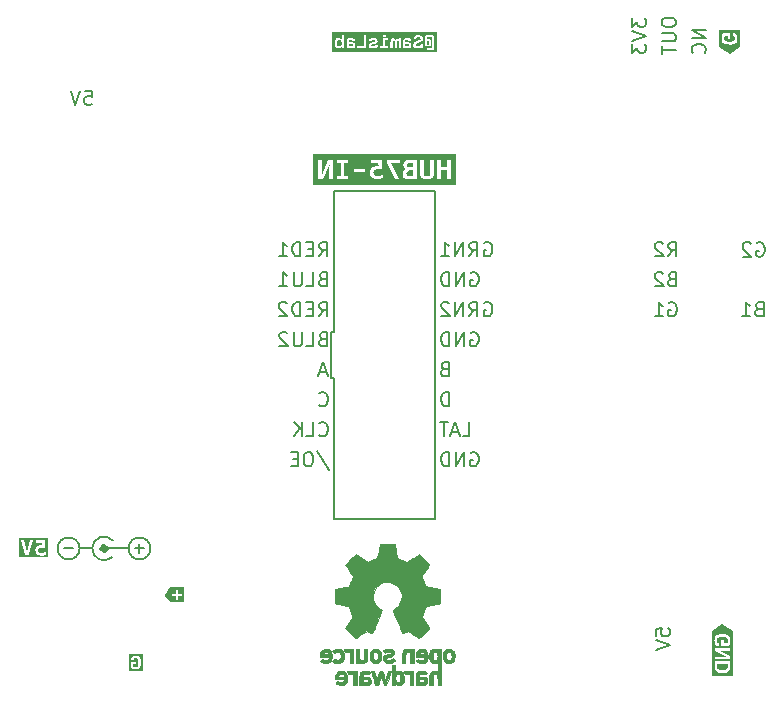
<source format=gbr>
%TF.GenerationSoftware,KiCad,Pcbnew,(6.0.9)*%
%TF.CreationDate,2025-12-22T11:41:54+09:00*%
%TF.ProjectId,ESP8266-clock,45535038-3236-4362-9d63-6c6f636b2e6b,rev?*%
%TF.SameCoordinates,Original*%
%TF.FileFunction,Legend,Bot*%
%TF.FilePolarity,Positive*%
%FSLAX46Y46*%
G04 Gerber Fmt 4.6, Leading zero omitted, Abs format (unit mm)*
G04 Created by KiCad (PCBNEW (6.0.9)) date 2025-12-22 11:41:54*
%MOMM*%
%LPD*%
G01*
G04 APERTURE LIST*
%ADD10C,0.150000*%
%ADD11C,0.200000*%
%ADD12C,0.500000*%
%ADD13C,0.010000*%
G04 APERTURE END LIST*
D10*
X33869047Y-157396428D02*
X34630952Y-157396428D01*
X39869047Y-157396428D02*
X40630952Y-157396428D01*
X40250000Y-157777380D02*
X40250000Y-157015476D01*
X65300000Y-154900000D02*
X65300000Y-127150000D01*
X56700000Y-154900000D02*
X56700000Y-143000000D01*
X65300000Y-154900000D02*
X56700000Y-154900000D01*
X56700000Y-139050000D02*
X56700000Y-127150000D01*
X56700000Y-139050000D02*
X56450000Y-139050000D01*
X56450000Y-143000000D02*
X56700000Y-143000000D01*
X56450000Y-139050000D02*
X56450000Y-143000000D01*
X56700000Y-127150000D02*
X65300000Y-127150000D01*
D11*
X67607143Y-147902857D02*
X68178571Y-147902857D01*
X68178571Y-146702857D01*
X67264285Y-147560000D02*
X66692857Y-147560000D01*
X67378571Y-147902857D02*
X66978571Y-146702857D01*
X66578571Y-147902857D01*
X66350000Y-146702857D02*
X65664285Y-146702857D01*
X66007143Y-147902857D02*
X66007143Y-146702857D01*
X55464286Y-137742857D02*
X55864286Y-137171428D01*
X56150000Y-137742857D02*
X56150000Y-136542857D01*
X55692857Y-136542857D01*
X55578571Y-136600000D01*
X55521429Y-136657142D01*
X55464286Y-136771428D01*
X55464286Y-136942857D01*
X55521429Y-137057142D01*
X55578571Y-137114285D01*
X55692857Y-137171428D01*
X56150000Y-137171428D01*
X54950000Y-137114285D02*
X54550000Y-137114285D01*
X54378571Y-137742857D02*
X54950000Y-137742857D01*
X54950000Y-136542857D01*
X54378571Y-136542857D01*
X53864286Y-137742857D02*
X53864286Y-136542857D01*
X53578571Y-136542857D01*
X53407143Y-136600000D01*
X53292857Y-136714285D01*
X53235714Y-136828571D01*
X53178571Y-137057142D01*
X53178571Y-137228571D01*
X53235714Y-137457142D01*
X53292857Y-137571428D01*
X53407143Y-137685714D01*
X53578571Y-137742857D01*
X53864286Y-137742857D01*
X52721429Y-136657142D02*
X52664286Y-136600000D01*
X52550000Y-136542857D01*
X52264286Y-136542857D01*
X52150000Y-136600000D01*
X52092857Y-136657142D01*
X52035714Y-136771428D01*
X52035714Y-136885714D01*
X52092857Y-137057142D01*
X52778571Y-137742857D01*
X52035714Y-137742857D01*
X85025000Y-132667857D02*
X85425000Y-132096428D01*
X85710714Y-132667857D02*
X85710714Y-131467857D01*
X85253571Y-131467857D01*
X85139285Y-131525000D01*
X85082142Y-131582142D01*
X85025000Y-131696428D01*
X85025000Y-131867857D01*
X85082142Y-131982142D01*
X85139285Y-132039285D01*
X85253571Y-132096428D01*
X85710714Y-132096428D01*
X84567857Y-131582142D02*
X84510714Y-131525000D01*
X84396428Y-131467857D01*
X84110714Y-131467857D01*
X83996428Y-131525000D01*
X83939285Y-131582142D01*
X83882142Y-131696428D01*
X83882142Y-131810714D01*
X83939285Y-131982142D01*
X84625000Y-132667857D01*
X83882142Y-132667857D01*
X55464286Y-145248571D02*
X55521429Y-145305714D01*
X55692857Y-145362857D01*
X55807143Y-145362857D01*
X55978572Y-145305714D01*
X56092857Y-145191428D01*
X56150000Y-145077142D01*
X56207143Y-144848571D01*
X56207143Y-144677142D01*
X56150000Y-144448571D01*
X56092857Y-144334285D01*
X55978572Y-144220000D01*
X55807143Y-144162857D01*
X55692857Y-144162857D01*
X55521429Y-144220000D01*
X55464286Y-144277142D01*
X85310714Y-134579285D02*
X85139285Y-134636428D01*
X85082142Y-134693571D01*
X85025000Y-134807857D01*
X85025000Y-134979285D01*
X85082142Y-135093571D01*
X85139285Y-135150714D01*
X85253571Y-135207857D01*
X85710714Y-135207857D01*
X85710714Y-134007857D01*
X85310714Y-134007857D01*
X85196428Y-134065000D01*
X85139285Y-134122142D01*
X85082142Y-134236428D01*
X85082142Y-134350714D01*
X85139285Y-134465000D01*
X85196428Y-134522142D01*
X85310714Y-134579285D01*
X85710714Y-134579285D01*
X84567857Y-134122142D02*
X84510714Y-134065000D01*
X84396428Y-134007857D01*
X84110714Y-134007857D01*
X83996428Y-134065000D01*
X83939285Y-134122142D01*
X83882142Y-134236428D01*
X83882142Y-134350714D01*
X83939285Y-134522142D01*
X84625000Y-135207857D01*
X83882142Y-135207857D01*
X88210357Y-113485714D02*
X87010357Y-113485714D01*
X88210357Y-114171429D01*
X87010357Y-114171429D01*
X88096071Y-115428572D02*
X88153214Y-115371429D01*
X88210357Y-115200000D01*
X88210357Y-115085714D01*
X88153214Y-114914286D01*
X88038928Y-114800000D01*
X87924642Y-114742857D01*
X87696071Y-114685714D01*
X87524642Y-114685714D01*
X87296071Y-114742857D01*
X87181785Y-114800000D01*
X87067500Y-114914286D01*
X87010357Y-115085714D01*
X87010357Y-115200000D01*
X87067500Y-115371429D01*
X87124642Y-115428572D01*
X68292856Y-149300000D02*
X68407142Y-149242857D01*
X68578571Y-149242857D01*
X68749999Y-149300000D01*
X68864285Y-149414285D01*
X68921428Y-149528571D01*
X68978571Y-149757142D01*
X68978571Y-149928571D01*
X68921428Y-150157142D01*
X68864285Y-150271428D01*
X68749999Y-150385714D01*
X68578571Y-150442857D01*
X68464285Y-150442857D01*
X68292856Y-150385714D01*
X68235713Y-150328571D01*
X68235713Y-149928571D01*
X68464285Y-149928571D01*
X67721428Y-150442857D02*
X67721428Y-149242857D01*
X67035713Y-150442857D01*
X67035713Y-149242857D01*
X66464285Y-150442857D02*
X66464285Y-149242857D01*
X66178571Y-149242857D01*
X66007142Y-149300000D01*
X65892856Y-149414285D01*
X65835713Y-149528571D01*
X65778571Y-149757142D01*
X65778571Y-149928571D01*
X65835713Y-150157142D01*
X65892856Y-150271428D01*
X66007142Y-150385714D01*
X66178571Y-150442857D01*
X66464285Y-150442857D01*
X66464285Y-145362857D02*
X66464285Y-144162857D01*
X66178571Y-144162857D01*
X66007142Y-144220000D01*
X65892857Y-144334285D01*
X65835714Y-144448571D01*
X65778571Y-144677142D01*
X65778571Y-144848571D01*
X65835714Y-145077142D01*
X65892857Y-145191428D01*
X66007142Y-145305714D01*
X66178571Y-145362857D01*
X66464285Y-145362857D01*
X68292856Y-139140000D02*
X68407142Y-139082857D01*
X68578571Y-139082857D01*
X68749999Y-139140000D01*
X68864285Y-139254285D01*
X68921428Y-139368571D01*
X68978571Y-139597142D01*
X68978571Y-139768571D01*
X68921428Y-139997142D01*
X68864285Y-140111428D01*
X68749999Y-140225714D01*
X68578571Y-140282857D01*
X68464285Y-140282857D01*
X68292856Y-140225714D01*
X68235713Y-140168571D01*
X68235713Y-139768571D01*
X68464285Y-139768571D01*
X67721428Y-140282857D02*
X67721428Y-139082857D01*
X67035713Y-140282857D01*
X67035713Y-139082857D01*
X66464285Y-140282857D02*
X66464285Y-139082857D01*
X66178571Y-139082857D01*
X66007142Y-139140000D01*
X65892856Y-139254285D01*
X65835713Y-139368571D01*
X65778571Y-139597142D01*
X65778571Y-139768571D01*
X65835713Y-139997142D01*
X65892856Y-140111428D01*
X66007142Y-140225714D01*
X66178571Y-140282857D01*
X66464285Y-140282857D01*
X92685714Y-137114285D02*
X92514285Y-137171428D01*
X92457142Y-137228571D01*
X92400000Y-137342857D01*
X92400000Y-137514285D01*
X92457142Y-137628571D01*
X92514285Y-137685714D01*
X92628571Y-137742857D01*
X93085714Y-137742857D01*
X93085714Y-136542857D01*
X92685714Y-136542857D01*
X92571428Y-136600000D01*
X92514285Y-136657142D01*
X92457142Y-136771428D01*
X92457142Y-136885714D01*
X92514285Y-137000000D01*
X92571428Y-137057142D01*
X92685714Y-137114285D01*
X93085714Y-137114285D01*
X91257142Y-137742857D02*
X91942857Y-137742857D01*
X91600000Y-137742857D02*
X91600000Y-136542857D01*
X91714285Y-136714285D01*
X91828571Y-136828571D01*
X91942857Y-136885714D01*
X68292856Y-134060000D02*
X68407142Y-134002857D01*
X68578571Y-134002857D01*
X68749999Y-134060000D01*
X68864285Y-134174285D01*
X68921428Y-134288571D01*
X68978571Y-134517142D01*
X68978571Y-134688571D01*
X68921428Y-134917142D01*
X68864285Y-135031428D01*
X68749999Y-135145714D01*
X68578571Y-135202857D01*
X68464285Y-135202857D01*
X68292856Y-135145714D01*
X68235713Y-135088571D01*
X68235713Y-134688571D01*
X68464285Y-134688571D01*
X67721428Y-135202857D02*
X67721428Y-134002857D01*
X67035713Y-135202857D01*
X67035713Y-134002857D01*
X66464285Y-135202857D02*
X66464285Y-134002857D01*
X66178571Y-134002857D01*
X66007142Y-134060000D01*
X65892856Y-134174285D01*
X65835713Y-134288571D01*
X65778571Y-134517142D01*
X65778571Y-134688571D01*
X65835713Y-134917142D01*
X65892856Y-135031428D01*
X66007142Y-135145714D01*
X66178571Y-135202857D01*
X66464285Y-135202857D01*
X55464285Y-147788571D02*
X55521428Y-147845714D01*
X55692857Y-147902857D01*
X55807142Y-147902857D01*
X55978571Y-147845714D01*
X56092857Y-147731428D01*
X56150000Y-147617142D01*
X56207142Y-147388571D01*
X56207142Y-147217142D01*
X56150000Y-146988571D01*
X56092857Y-146874285D01*
X55978571Y-146760000D01*
X55807142Y-146702857D01*
X55692857Y-146702857D01*
X55521428Y-146760000D01*
X55464285Y-146817142D01*
X54378571Y-147902857D02*
X54950000Y-147902857D01*
X54950000Y-146702857D01*
X53978571Y-147902857D02*
X53978571Y-146702857D01*
X53292857Y-147902857D02*
X53807142Y-147217142D01*
X53292857Y-146702857D02*
X53978571Y-147388571D01*
X69435714Y-136600000D02*
X69550000Y-136542857D01*
X69721428Y-136542857D01*
X69892857Y-136600000D01*
X70007142Y-136714285D01*
X70064285Y-136828571D01*
X70121428Y-137057142D01*
X70121428Y-137228571D01*
X70064285Y-137457142D01*
X70007142Y-137571428D01*
X69892857Y-137685714D01*
X69721428Y-137742857D01*
X69607142Y-137742857D01*
X69435714Y-137685714D01*
X69378571Y-137628571D01*
X69378571Y-137228571D01*
X69607142Y-137228571D01*
X68178571Y-137742857D02*
X68578571Y-137171428D01*
X68864285Y-137742857D02*
X68864285Y-136542857D01*
X68407142Y-136542857D01*
X68292857Y-136600000D01*
X68235714Y-136657142D01*
X68178571Y-136771428D01*
X68178571Y-136942857D01*
X68235714Y-137057142D01*
X68292857Y-137114285D01*
X68407142Y-137171428D01*
X68864285Y-137171428D01*
X67664285Y-137742857D02*
X67664285Y-136542857D01*
X66978571Y-137742857D01*
X66978571Y-136542857D01*
X66464285Y-136657142D02*
X66407142Y-136600000D01*
X66292857Y-136542857D01*
X66007142Y-136542857D01*
X65892857Y-136600000D01*
X65835714Y-136657142D01*
X65778571Y-136771428D01*
X65778571Y-136885714D01*
X65835714Y-137057142D01*
X66521428Y-137742857D01*
X65778571Y-137742857D01*
X85082142Y-136605000D02*
X85196428Y-136547857D01*
X85367857Y-136547857D01*
X85539285Y-136605000D01*
X85653571Y-136719285D01*
X85710714Y-136833571D01*
X85767857Y-137062142D01*
X85767857Y-137233571D01*
X85710714Y-137462142D01*
X85653571Y-137576428D01*
X85539285Y-137690714D01*
X85367857Y-137747857D01*
X85253571Y-137747857D01*
X85082142Y-137690714D01*
X85025000Y-137633571D01*
X85025000Y-137233571D01*
X85253571Y-137233571D01*
X83882142Y-137747857D02*
X84567857Y-137747857D01*
X84225000Y-137747857D02*
X84225000Y-136547857D01*
X84339285Y-136719285D01*
X84453571Y-136833571D01*
X84567857Y-136890714D01*
X55750000Y-139654285D02*
X55578571Y-139711428D01*
X55521428Y-139768571D01*
X55464285Y-139882857D01*
X55464285Y-140054285D01*
X55521428Y-140168571D01*
X55578571Y-140225714D01*
X55692857Y-140282857D01*
X56150000Y-140282857D01*
X56150000Y-139082857D01*
X55750000Y-139082857D01*
X55635714Y-139140000D01*
X55578571Y-139197142D01*
X55521428Y-139311428D01*
X55521428Y-139425714D01*
X55578571Y-139540000D01*
X55635714Y-139597142D01*
X55750000Y-139654285D01*
X56150000Y-139654285D01*
X54378571Y-140282857D02*
X54950000Y-140282857D01*
X54950000Y-139082857D01*
X53978571Y-139082857D02*
X53978571Y-140054285D01*
X53921428Y-140168571D01*
X53864285Y-140225714D01*
X53750000Y-140282857D01*
X53521428Y-140282857D01*
X53407142Y-140225714D01*
X53350000Y-140168571D01*
X53292857Y-140054285D01*
X53292857Y-139082857D01*
X52778571Y-139197142D02*
X52721428Y-139140000D01*
X52607142Y-139082857D01*
X52321428Y-139082857D01*
X52207142Y-139140000D01*
X52150000Y-139197142D01*
X52092857Y-139311428D01*
X52092857Y-139425714D01*
X52150000Y-139597142D01*
X52835714Y-140282857D01*
X52092857Y-140282857D01*
X92507142Y-131550000D02*
X92621428Y-131492857D01*
X92792857Y-131492857D01*
X92964285Y-131550000D01*
X93078571Y-131664285D01*
X93135714Y-131778571D01*
X93192857Y-132007142D01*
X93192857Y-132178571D01*
X93135714Y-132407142D01*
X93078571Y-132521428D01*
X92964285Y-132635714D01*
X92792857Y-132692857D01*
X92678571Y-132692857D01*
X92507142Y-132635714D01*
X92450000Y-132578571D01*
X92450000Y-132178571D01*
X92678571Y-132178571D01*
X91992857Y-131607142D02*
X91935714Y-131550000D01*
X91821428Y-131492857D01*
X91535714Y-131492857D01*
X91421428Y-131550000D01*
X91364285Y-131607142D01*
X91307142Y-131721428D01*
X91307142Y-131835714D01*
X91364285Y-132007142D01*
X92050000Y-132692857D01*
X91307142Y-132692857D01*
X55750000Y-134574285D02*
X55578571Y-134631428D01*
X55521428Y-134688571D01*
X55464285Y-134802857D01*
X55464285Y-134974285D01*
X55521428Y-135088571D01*
X55578571Y-135145714D01*
X55692857Y-135202857D01*
X56150000Y-135202857D01*
X56150000Y-134002857D01*
X55750000Y-134002857D01*
X55635714Y-134060000D01*
X55578571Y-134117142D01*
X55521428Y-134231428D01*
X55521428Y-134345714D01*
X55578571Y-134460000D01*
X55635714Y-134517142D01*
X55750000Y-134574285D01*
X56150000Y-134574285D01*
X54378571Y-135202857D02*
X54950000Y-135202857D01*
X54950000Y-134002857D01*
X53978571Y-134002857D02*
X53978571Y-134974285D01*
X53921428Y-135088571D01*
X53864285Y-135145714D01*
X53750000Y-135202857D01*
X53521428Y-135202857D01*
X53407142Y-135145714D01*
X53350000Y-135088571D01*
X53292857Y-134974285D01*
X53292857Y-134002857D01*
X52092857Y-135202857D02*
X52778571Y-135202857D01*
X52435714Y-135202857D02*
X52435714Y-134002857D01*
X52550000Y-134174285D01*
X52664285Y-134288571D01*
X52778571Y-134345714D01*
X84470357Y-112742858D02*
X84470357Y-112971429D01*
X84527500Y-113085715D01*
X84641785Y-113200000D01*
X84870357Y-113257143D01*
X85270357Y-113257143D01*
X85498928Y-113200000D01*
X85613214Y-113085715D01*
X85670357Y-112971429D01*
X85670357Y-112742858D01*
X85613214Y-112628572D01*
X85498928Y-112514286D01*
X85270357Y-112457143D01*
X84870357Y-112457143D01*
X84641785Y-112514286D01*
X84527500Y-112628572D01*
X84470357Y-112742858D01*
X84470357Y-113771429D02*
X85441785Y-113771429D01*
X85556071Y-113828572D01*
X85613214Y-113885715D01*
X85670357Y-114000000D01*
X85670357Y-114228572D01*
X85613214Y-114342858D01*
X85556071Y-114400000D01*
X85441785Y-114457143D01*
X84470357Y-114457143D01*
X84470357Y-114857143D02*
X84470357Y-115542858D01*
X85670357Y-115200000D02*
X84470357Y-115200000D01*
X83942857Y-164779410D02*
X83942857Y-164207982D01*
X84514285Y-164150839D01*
X84457142Y-164207982D01*
X84400000Y-164322267D01*
X84400000Y-164607982D01*
X84457142Y-164722267D01*
X84514285Y-164779410D01*
X84628571Y-164836553D01*
X84914285Y-164836553D01*
X85028571Y-164779410D01*
X85085714Y-164722267D01*
X85142857Y-164607982D01*
X85142857Y-164322267D01*
X85085714Y-164207982D01*
X85028571Y-164150839D01*
X83942857Y-165179410D02*
X85142857Y-165579410D01*
X83942857Y-165979410D01*
X56085714Y-142450000D02*
X55514285Y-142450000D01*
X56200000Y-142792857D02*
X55800000Y-141592857D01*
X55400000Y-142792857D01*
X35628571Y-118642857D02*
X36200000Y-118642857D01*
X36257142Y-119214285D01*
X36200000Y-119157142D01*
X36085714Y-119100000D01*
X35800000Y-119100000D01*
X35685714Y-119157142D01*
X35628571Y-119214285D01*
X35571428Y-119328571D01*
X35571428Y-119614285D01*
X35628571Y-119728571D01*
X35685714Y-119785714D01*
X35800000Y-119842857D01*
X36085714Y-119842857D01*
X36200000Y-119785714D01*
X36257142Y-119728571D01*
X35228571Y-118642857D02*
X34828571Y-119842857D01*
X34428571Y-118642857D01*
X66064285Y-142194285D02*
X65892857Y-142251428D01*
X65835714Y-142308571D01*
X65778571Y-142422857D01*
X65778571Y-142594285D01*
X65835714Y-142708571D01*
X65892857Y-142765714D01*
X66007142Y-142822857D01*
X66464285Y-142822857D01*
X66464285Y-141622857D01*
X66064285Y-141622857D01*
X65950000Y-141680000D01*
X65892857Y-141737142D01*
X65835714Y-141851428D01*
X65835714Y-141965714D01*
X65892857Y-142080000D01*
X65950000Y-142137142D01*
X66064285Y-142194285D01*
X66464285Y-142194285D01*
X55292857Y-149185714D02*
X56321429Y-150728571D01*
X54664286Y-149242857D02*
X54435715Y-149242857D01*
X54321429Y-149300000D01*
X54207143Y-149414285D01*
X54150000Y-149642857D01*
X54150000Y-150042857D01*
X54207143Y-150271428D01*
X54321429Y-150385714D01*
X54435715Y-150442857D01*
X54664286Y-150442857D01*
X54778572Y-150385714D01*
X54892857Y-150271428D01*
X54950000Y-150042857D01*
X54950000Y-149642857D01*
X54892857Y-149414285D01*
X54778572Y-149300000D01*
X54664286Y-149242857D01*
X53635715Y-149814285D02*
X53235715Y-149814285D01*
X53064286Y-150442857D02*
X53635715Y-150442857D01*
X53635715Y-149242857D01*
X53064286Y-149242857D01*
X55464286Y-132662857D02*
X55864286Y-132091428D01*
X56150000Y-132662857D02*
X56150000Y-131462857D01*
X55692857Y-131462857D01*
X55578571Y-131520000D01*
X55521429Y-131577142D01*
X55464286Y-131691428D01*
X55464286Y-131862857D01*
X55521429Y-131977142D01*
X55578571Y-132034285D01*
X55692857Y-132091428D01*
X56150000Y-132091428D01*
X54950000Y-132034285D02*
X54550000Y-132034285D01*
X54378571Y-132662857D02*
X54950000Y-132662857D01*
X54950000Y-131462857D01*
X54378571Y-131462857D01*
X53864286Y-132662857D02*
X53864286Y-131462857D01*
X53578571Y-131462857D01*
X53407143Y-131520000D01*
X53292857Y-131634285D01*
X53235714Y-131748571D01*
X53178571Y-131977142D01*
X53178571Y-132148571D01*
X53235714Y-132377142D01*
X53292857Y-132491428D01*
X53407143Y-132605714D01*
X53578571Y-132662857D01*
X53864286Y-132662857D01*
X52035714Y-132662857D02*
X52721429Y-132662857D01*
X52378571Y-132662857D02*
X52378571Y-131462857D01*
X52492857Y-131634285D01*
X52607143Y-131748571D01*
X52721429Y-131805714D01*
X69435714Y-131520000D02*
X69550000Y-131462857D01*
X69721428Y-131462857D01*
X69892857Y-131520000D01*
X70007142Y-131634285D01*
X70064285Y-131748571D01*
X70121428Y-131977142D01*
X70121428Y-132148571D01*
X70064285Y-132377142D01*
X70007142Y-132491428D01*
X69892857Y-132605714D01*
X69721428Y-132662857D01*
X69607142Y-132662857D01*
X69435714Y-132605714D01*
X69378571Y-132548571D01*
X69378571Y-132148571D01*
X69607142Y-132148571D01*
X68178571Y-132662857D02*
X68578571Y-132091428D01*
X68864285Y-132662857D02*
X68864285Y-131462857D01*
X68407142Y-131462857D01*
X68292857Y-131520000D01*
X68235714Y-131577142D01*
X68178571Y-131691428D01*
X68178571Y-131862857D01*
X68235714Y-131977142D01*
X68292857Y-132034285D01*
X68407142Y-132091428D01*
X68864285Y-132091428D01*
X67664285Y-132662857D02*
X67664285Y-131462857D01*
X66978571Y-132662857D01*
X66978571Y-131462857D01*
X65778571Y-132662857D02*
X66464285Y-132662857D01*
X66121428Y-132662857D02*
X66121428Y-131462857D01*
X66235714Y-131634285D01*
X66350000Y-131748571D01*
X66464285Y-131805714D01*
X81930357Y-112514285D02*
X81930357Y-113257142D01*
X82387500Y-112857142D01*
X82387500Y-113028571D01*
X82444642Y-113142857D01*
X82501785Y-113200000D01*
X82616071Y-113257142D01*
X82901785Y-113257142D01*
X83016071Y-113200000D01*
X83073214Y-113142857D01*
X83130357Y-113028571D01*
X83130357Y-112685714D01*
X83073214Y-112571428D01*
X83016071Y-112514285D01*
X81930357Y-113600000D02*
X83130357Y-114000000D01*
X81930357Y-114400000D01*
X81930357Y-114685714D02*
X81930357Y-115428571D01*
X82387500Y-115028571D01*
X82387500Y-115200000D01*
X82444642Y-115314285D01*
X82501785Y-115371428D01*
X82616071Y-115428571D01*
X82901785Y-115428571D01*
X83016071Y-115371428D01*
X83073214Y-115314285D01*
X83130357Y-115200000D01*
X83130357Y-114857142D01*
X83073214Y-114742857D01*
X83016071Y-114685714D01*
D10*
%TO.C,REF\u002A\u002A*%
X41175000Y-157400000D02*
G75*
G03*
X41175000Y-157400000I-925000J0D01*
G01*
X35175000Y-157400000D02*
G75*
G03*
X35175000Y-157400000I-925000J0D01*
G01*
D12*
X37425000Y-157400000D02*
G75*
G03*
X37425000Y-157400000I-175000J0D01*
G01*
D10*
X38000000Y-156725000D02*
G75*
G03*
X37925000Y-158150000I-750000J-675000D01*
G01*
X35250000Y-157400000D02*
X36150000Y-157400000D01*
X37250000Y-157400000D02*
X39250000Y-157400000D01*
G36*
X61971634Y-157633172D02*
G01*
X62084216Y-158230363D01*
X62499629Y-158401610D01*
X62915043Y-158572857D01*
X63413400Y-158233978D01*
X63512036Y-158167170D01*
X63642797Y-158079479D01*
X63756008Y-158004580D01*
X63845789Y-157946320D01*
X63906261Y-157908545D01*
X63931544Y-157895098D01*
X63947072Y-157904661D01*
X63993487Y-157944730D01*
X64063730Y-158010487D01*
X64151848Y-158095895D01*
X64251889Y-158194915D01*
X64357902Y-158301509D01*
X64463935Y-158409640D01*
X64564035Y-158513268D01*
X64652251Y-158606358D01*
X64722632Y-158682869D01*
X64769225Y-158736765D01*
X64786079Y-158762007D01*
X64782158Y-158772852D01*
X64755012Y-158821228D01*
X64705439Y-158900842D01*
X64637459Y-159005454D01*
X64555091Y-159128822D01*
X64462353Y-159264706D01*
X64411460Y-159338815D01*
X64323912Y-159467835D01*
X64248853Y-159580434D01*
X64190285Y-159670505D01*
X64152209Y-159731942D01*
X64138628Y-159758640D01*
X64138851Y-159760119D01*
X64150831Y-159793962D01*
X64178316Y-159863071D01*
X64217474Y-159958416D01*
X64264474Y-160070972D01*
X64315485Y-160191710D01*
X64366676Y-160311602D01*
X64414215Y-160421622D01*
X64454271Y-160512740D01*
X64483013Y-160575931D01*
X64496610Y-160602165D01*
X64504655Y-160604492D01*
X64553535Y-160614988D01*
X64640652Y-160632376D01*
X64759033Y-160655295D01*
X64901704Y-160682389D01*
X65061692Y-160712296D01*
X65146015Y-160728153D01*
X65300783Y-160758407D01*
X65436104Y-160786347D01*
X65544582Y-160810369D01*
X65618820Y-160828868D01*
X65651422Y-160840238D01*
X65657278Y-160851511D01*
X65666992Y-160906586D01*
X65674624Y-160998317D01*
X65680180Y-161118073D01*
X65683666Y-161257221D01*
X65685087Y-161407131D01*
X65684450Y-161559172D01*
X65681760Y-161704712D01*
X65677024Y-161835121D01*
X65670247Y-161941766D01*
X65661436Y-162016018D01*
X65650595Y-162049245D01*
X65644017Y-162052993D01*
X65594955Y-162069069D01*
X65509847Y-162090338D01*
X65398529Y-162114472D01*
X65270840Y-162139143D01*
X65227757Y-162147000D01*
X65028773Y-162183542D01*
X64872388Y-162212910D01*
X64753183Y-162236321D01*
X64665737Y-162254994D01*
X64604628Y-162270146D01*
X64564435Y-162282995D01*
X64539738Y-162294758D01*
X64525116Y-162306653D01*
X64523416Y-162308649D01*
X64499504Y-162350271D01*
X64464119Y-162426430D01*
X64420692Y-162528193D01*
X64372651Y-162646624D01*
X64323425Y-162772789D01*
X64276445Y-162897754D01*
X64235140Y-163012584D01*
X64202939Y-163108344D01*
X64183271Y-163176100D01*
X64179565Y-163206917D01*
X64182043Y-163210915D01*
X64207689Y-163249584D01*
X64255920Y-163320907D01*
X64322262Y-163418314D01*
X64402245Y-163535234D01*
X64491397Y-163665098D01*
X64515865Y-163700828D01*
X64601903Y-163828990D01*
X64676258Y-163943608D01*
X64734688Y-164037887D01*
X64772947Y-164105029D01*
X64786792Y-164138235D01*
X64783809Y-164146965D01*
X64752711Y-164189982D01*
X64691355Y-164260230D01*
X64604137Y-164352979D01*
X64495449Y-164463502D01*
X64369685Y-164587071D01*
X64297800Y-164656235D01*
X64184139Y-164763957D01*
X64084657Y-164856225D01*
X64004695Y-164928181D01*
X63949595Y-164974968D01*
X63924698Y-164991727D01*
X63907593Y-164985515D01*
X63854929Y-164956126D01*
X63778449Y-164908063D01*
X63688129Y-164847412D01*
X63623911Y-164803153D01*
X63495705Y-164715261D01*
X63358894Y-164621915D01*
X63233932Y-164537091D01*
X62989137Y-164371515D01*
X62783649Y-164482620D01*
X62735263Y-164508265D01*
X62647270Y-164552130D01*
X62579223Y-164582414D01*
X62542856Y-164593706D01*
X62530954Y-164579205D01*
X62501400Y-164523992D01*
X62457748Y-164432962D01*
X62402426Y-164311892D01*
X62337863Y-164166559D01*
X62266489Y-164002741D01*
X62190732Y-163826213D01*
X62113022Y-163642753D01*
X62035786Y-163458138D01*
X61961456Y-163278146D01*
X61892458Y-163108552D01*
X61831223Y-162955135D01*
X61780179Y-162823670D01*
X61741755Y-162719936D01*
X61718380Y-162649709D01*
X61712483Y-162618766D01*
X61712883Y-162617862D01*
X61740349Y-162589257D01*
X61797799Y-162544457D01*
X61873373Y-162492751D01*
X61897227Y-162476962D01*
X62078734Y-162327174D01*
X62228953Y-162148767D01*
X62344327Y-161949165D01*
X62421299Y-161735797D01*
X62456314Y-161516087D01*
X62445813Y-161297462D01*
X62403277Y-161103011D01*
X62326903Y-160906657D01*
X62215565Y-160731484D01*
X62062774Y-160565082D01*
X62002739Y-160511924D01*
X61808658Y-160380951D01*
X61598999Y-160292744D01*
X61379837Y-160246512D01*
X61157247Y-160241467D01*
X60937307Y-160276820D01*
X60726090Y-160351779D01*
X60529673Y-160465557D01*
X60354132Y-160617363D01*
X60205542Y-160806409D01*
X60176974Y-160853224D01*
X60079873Y-161067204D01*
X60028303Y-161290026D01*
X60020914Y-161515922D01*
X60056355Y-161739119D01*
X60133276Y-161953847D01*
X60250326Y-162154336D01*
X60406155Y-162334814D01*
X60599413Y-162489510D01*
X60605689Y-162493679D01*
X60680461Y-162546370D01*
X60736504Y-162591169D01*
X60762100Y-162618766D01*
X60758870Y-162640402D01*
X60738790Y-162703399D01*
X60703184Y-162801038D01*
X60654480Y-162927542D01*
X60595108Y-163077132D01*
X60527494Y-163244030D01*
X60454066Y-163422457D01*
X60377254Y-163606636D01*
X60299484Y-163790787D01*
X60223185Y-163969133D01*
X60150784Y-164135895D01*
X60084710Y-164285294D01*
X60027391Y-164411554D01*
X59981255Y-164508894D01*
X59948730Y-164571538D01*
X59932243Y-164593706D01*
X59918533Y-164590703D01*
X59864670Y-164569126D01*
X59785064Y-164531293D01*
X59691449Y-164482620D01*
X59485962Y-164371515D01*
X59241167Y-164537091D01*
X59168845Y-164586120D01*
X59034326Y-164677729D01*
X58900215Y-164769485D01*
X58786970Y-164847412D01*
X58724470Y-164889881D01*
X58643239Y-164942644D01*
X58583009Y-164978765D01*
X58553591Y-164992157D01*
X58540953Y-164986471D01*
X58495267Y-164951645D01*
X58424838Y-164890329D01*
X58335796Y-164808554D01*
X58234272Y-164712351D01*
X58126394Y-164607751D01*
X58018295Y-164500786D01*
X57916103Y-164397485D01*
X57825950Y-164303882D01*
X57753964Y-164226006D01*
X57706278Y-164169889D01*
X57689020Y-164141562D01*
X57690015Y-164136172D01*
X57710555Y-164092304D01*
X57754434Y-164016407D01*
X57817412Y-163915336D01*
X57895247Y-163795948D01*
X57983701Y-163665098D01*
X58008509Y-163629005D01*
X58095618Y-163502000D01*
X58172347Y-163389718D01*
X58234224Y-163298730D01*
X58276777Y-163235606D01*
X58295534Y-163206917D01*
X58295995Y-163205687D01*
X58290459Y-163170588D01*
X58269320Y-163099484D01*
X58236005Y-163001310D01*
X58193945Y-162885002D01*
X58146570Y-162759493D01*
X58097308Y-162633718D01*
X58049589Y-162516612D01*
X58006842Y-162417110D01*
X57972497Y-162344145D01*
X57949983Y-162306653D01*
X57947728Y-162304325D01*
X57931608Y-162292549D01*
X57904383Y-162280673D01*
X57860633Y-162267481D01*
X57794935Y-162251754D01*
X57701870Y-162232274D01*
X57576016Y-162207824D01*
X57411953Y-162177186D01*
X57204259Y-162139143D01*
X57161181Y-162131136D01*
X57037777Y-162106384D01*
X56933972Y-162082933D01*
X56859601Y-162063110D01*
X56824504Y-162049245D01*
X56818632Y-162037677D01*
X56808842Y-161982110D01*
X56801085Y-161889990D01*
X56795365Y-161769951D01*
X56791689Y-161630622D01*
X56790062Y-161480635D01*
X56790491Y-161328621D01*
X56792982Y-161183212D01*
X56797540Y-161053037D01*
X56804171Y-160946730D01*
X56812881Y-160872919D01*
X56823677Y-160840238D01*
X56834699Y-160835410D01*
X56889531Y-160820191D01*
X56982213Y-160798666D01*
X57105351Y-160772439D01*
X57251548Y-160743114D01*
X57413406Y-160712296D01*
X57501784Y-160695831D01*
X57653259Y-160667279D01*
X57783640Y-160642277D01*
X57885954Y-160622185D01*
X57953228Y-160608362D01*
X57978489Y-160602165D01*
X57979438Y-160600888D01*
X57995526Y-160568437D01*
X58026194Y-160500452D01*
X58067611Y-160405954D01*
X58115941Y-160293964D01*
X58167354Y-160173500D01*
X58218014Y-160053584D01*
X58264089Y-159943235D01*
X58301746Y-159851473D01*
X58327151Y-159787319D01*
X58336471Y-159759792D01*
X58332360Y-159750106D01*
X58305000Y-159704018D01*
X58255370Y-159626440D01*
X58187460Y-159523461D01*
X58105255Y-159401167D01*
X58012746Y-159265646D01*
X57961991Y-159191429D01*
X57874403Y-159061309D01*
X57799306Y-158947112D01*
X57740707Y-158855066D01*
X57702609Y-158791398D01*
X57689020Y-158762337D01*
X57698462Y-158746573D01*
X57737960Y-158699471D01*
X57802758Y-158628186D01*
X57886909Y-158538760D01*
X57984464Y-158437232D01*
X58089474Y-158329643D01*
X58195993Y-158222034D01*
X58298071Y-158120445D01*
X58389760Y-158030917D01*
X58465112Y-157959489D01*
X58518180Y-157912203D01*
X58543014Y-157895098D01*
X58556799Y-157901749D01*
X58607418Y-157932592D01*
X58689105Y-157985083D01*
X58795972Y-158055375D01*
X58922132Y-158139622D01*
X59061698Y-158233978D01*
X59560056Y-158572857D01*
X59975469Y-158401610D01*
X60390883Y-158230363D01*
X60503465Y-157633172D01*
X60616048Y-157035980D01*
X61859051Y-157035980D01*
X61971634Y-157633172D01*
G37*
D13*
X61971634Y-157633172D02*
X62084216Y-158230363D01*
X62499629Y-158401610D01*
X62915043Y-158572857D01*
X63413400Y-158233978D01*
X63512036Y-158167170D01*
X63642797Y-158079479D01*
X63756008Y-158004580D01*
X63845789Y-157946320D01*
X63906261Y-157908545D01*
X63931544Y-157895098D01*
X63947072Y-157904661D01*
X63993487Y-157944730D01*
X64063730Y-158010487D01*
X64151848Y-158095895D01*
X64251889Y-158194915D01*
X64357902Y-158301509D01*
X64463935Y-158409640D01*
X64564035Y-158513268D01*
X64652251Y-158606358D01*
X64722632Y-158682869D01*
X64769225Y-158736765D01*
X64786079Y-158762007D01*
X64782158Y-158772852D01*
X64755012Y-158821228D01*
X64705439Y-158900842D01*
X64637459Y-159005454D01*
X64555091Y-159128822D01*
X64462353Y-159264706D01*
X64411460Y-159338815D01*
X64323912Y-159467835D01*
X64248853Y-159580434D01*
X64190285Y-159670505D01*
X64152209Y-159731942D01*
X64138628Y-159758640D01*
X64138851Y-159760119D01*
X64150831Y-159793962D01*
X64178316Y-159863071D01*
X64217474Y-159958416D01*
X64264474Y-160070972D01*
X64315485Y-160191710D01*
X64366676Y-160311602D01*
X64414215Y-160421622D01*
X64454271Y-160512740D01*
X64483013Y-160575931D01*
X64496610Y-160602165D01*
X64504655Y-160604492D01*
X64553535Y-160614988D01*
X64640652Y-160632376D01*
X64759033Y-160655295D01*
X64901704Y-160682389D01*
X65061692Y-160712296D01*
X65146015Y-160728153D01*
X65300783Y-160758407D01*
X65436104Y-160786347D01*
X65544582Y-160810369D01*
X65618820Y-160828868D01*
X65651422Y-160840238D01*
X65657278Y-160851511D01*
X65666992Y-160906586D01*
X65674624Y-160998317D01*
X65680180Y-161118073D01*
X65683666Y-161257221D01*
X65685087Y-161407131D01*
X65684450Y-161559172D01*
X65681760Y-161704712D01*
X65677024Y-161835121D01*
X65670247Y-161941766D01*
X65661436Y-162016018D01*
X65650595Y-162049245D01*
X65644017Y-162052993D01*
X65594955Y-162069069D01*
X65509847Y-162090338D01*
X65398529Y-162114472D01*
X65270840Y-162139143D01*
X65227757Y-162147000D01*
X65028773Y-162183542D01*
X64872388Y-162212910D01*
X64753183Y-162236321D01*
X64665737Y-162254994D01*
X64604628Y-162270146D01*
X64564435Y-162282995D01*
X64539738Y-162294758D01*
X64525116Y-162306653D01*
X64523416Y-162308649D01*
X64499504Y-162350271D01*
X64464119Y-162426430D01*
X64420692Y-162528193D01*
X64372651Y-162646624D01*
X64323425Y-162772789D01*
X64276445Y-162897754D01*
X64235140Y-163012584D01*
X64202939Y-163108344D01*
X64183271Y-163176100D01*
X64179565Y-163206917D01*
X64182043Y-163210915D01*
X64207689Y-163249584D01*
X64255920Y-163320907D01*
X64322262Y-163418314D01*
X64402245Y-163535234D01*
X64491397Y-163665098D01*
X64515865Y-163700828D01*
X64601903Y-163828990D01*
X64676258Y-163943608D01*
X64734688Y-164037887D01*
X64772947Y-164105029D01*
X64786792Y-164138235D01*
X64783809Y-164146965D01*
X64752711Y-164189982D01*
X64691355Y-164260230D01*
X64604137Y-164352979D01*
X64495449Y-164463502D01*
X64369685Y-164587071D01*
X64297800Y-164656235D01*
X64184139Y-164763957D01*
X64084657Y-164856225D01*
X64004695Y-164928181D01*
X63949595Y-164974968D01*
X63924698Y-164991727D01*
X63907593Y-164985515D01*
X63854929Y-164956126D01*
X63778449Y-164908063D01*
X63688129Y-164847412D01*
X63623911Y-164803153D01*
X63495705Y-164715261D01*
X63358894Y-164621915D01*
X63233932Y-164537091D01*
X62989137Y-164371515D01*
X62783649Y-164482620D01*
X62735263Y-164508265D01*
X62647270Y-164552130D01*
X62579223Y-164582414D01*
X62542856Y-164593706D01*
X62530954Y-164579205D01*
X62501400Y-164523992D01*
X62457748Y-164432962D01*
X62402426Y-164311892D01*
X62337863Y-164166559D01*
X62266489Y-164002741D01*
X62190732Y-163826213D01*
X62113022Y-163642753D01*
X62035786Y-163458138D01*
X61961456Y-163278146D01*
X61892458Y-163108552D01*
X61831223Y-162955135D01*
X61780179Y-162823670D01*
X61741755Y-162719936D01*
X61718380Y-162649709D01*
X61712483Y-162618766D01*
X61712883Y-162617862D01*
X61740349Y-162589257D01*
X61797799Y-162544457D01*
X61873373Y-162492751D01*
X61897227Y-162476962D01*
X62078734Y-162327174D01*
X62228953Y-162148767D01*
X62344327Y-161949165D01*
X62421299Y-161735797D01*
X62456314Y-161516087D01*
X62445813Y-161297462D01*
X62403277Y-161103011D01*
X62326903Y-160906657D01*
X62215565Y-160731484D01*
X62062774Y-160565082D01*
X62002739Y-160511924D01*
X61808658Y-160380951D01*
X61598999Y-160292744D01*
X61379837Y-160246512D01*
X61157247Y-160241467D01*
X60937307Y-160276820D01*
X60726090Y-160351779D01*
X60529673Y-160465557D01*
X60354132Y-160617363D01*
X60205542Y-160806409D01*
X60176974Y-160853224D01*
X60079873Y-161067204D01*
X60028303Y-161290026D01*
X60020914Y-161515922D01*
X60056355Y-161739119D01*
X60133276Y-161953847D01*
X60250326Y-162154336D01*
X60406155Y-162334814D01*
X60599413Y-162489510D01*
X60605689Y-162493679D01*
X60680461Y-162546370D01*
X60736504Y-162591169D01*
X60762100Y-162618766D01*
X60758870Y-162640402D01*
X60738790Y-162703399D01*
X60703184Y-162801038D01*
X60654480Y-162927542D01*
X60595108Y-163077132D01*
X60527494Y-163244030D01*
X60454066Y-163422457D01*
X60377254Y-163606636D01*
X60299484Y-163790787D01*
X60223185Y-163969133D01*
X60150784Y-164135895D01*
X60084710Y-164285294D01*
X60027391Y-164411554D01*
X59981255Y-164508894D01*
X59948730Y-164571538D01*
X59932243Y-164593706D01*
X59918533Y-164590703D01*
X59864670Y-164569126D01*
X59785064Y-164531293D01*
X59691449Y-164482620D01*
X59485962Y-164371515D01*
X59241167Y-164537091D01*
X59168845Y-164586120D01*
X59034326Y-164677729D01*
X58900215Y-164769485D01*
X58786970Y-164847412D01*
X58724470Y-164889881D01*
X58643239Y-164942644D01*
X58583009Y-164978765D01*
X58553591Y-164992157D01*
X58540953Y-164986471D01*
X58495267Y-164951645D01*
X58424838Y-164890329D01*
X58335796Y-164808554D01*
X58234272Y-164712351D01*
X58126394Y-164607751D01*
X58018295Y-164500786D01*
X57916103Y-164397485D01*
X57825950Y-164303882D01*
X57753964Y-164226006D01*
X57706278Y-164169889D01*
X57689020Y-164141562D01*
X57690015Y-164136172D01*
X57710555Y-164092304D01*
X57754434Y-164016407D01*
X57817412Y-163915336D01*
X57895247Y-163795948D01*
X57983701Y-163665098D01*
X58008509Y-163629005D01*
X58095618Y-163502000D01*
X58172347Y-163389718D01*
X58234224Y-163298730D01*
X58276777Y-163235606D01*
X58295534Y-163206917D01*
X58295995Y-163205687D01*
X58290459Y-163170588D01*
X58269320Y-163099484D01*
X58236005Y-163001310D01*
X58193945Y-162885002D01*
X58146570Y-162759493D01*
X58097308Y-162633718D01*
X58049589Y-162516612D01*
X58006842Y-162417110D01*
X57972497Y-162344145D01*
X57949983Y-162306653D01*
X57947728Y-162304325D01*
X57931608Y-162292549D01*
X57904383Y-162280673D01*
X57860633Y-162267481D01*
X57794935Y-162251754D01*
X57701870Y-162232274D01*
X57576016Y-162207824D01*
X57411953Y-162177186D01*
X57204259Y-162139143D01*
X57161181Y-162131136D01*
X57037777Y-162106384D01*
X56933972Y-162082933D01*
X56859601Y-162063110D01*
X56824504Y-162049245D01*
X56818632Y-162037677D01*
X56808842Y-161982110D01*
X56801085Y-161889990D01*
X56795365Y-161769951D01*
X56791689Y-161630622D01*
X56790062Y-161480635D01*
X56790491Y-161328621D01*
X56792982Y-161183212D01*
X56797540Y-161053037D01*
X56804171Y-160946730D01*
X56812881Y-160872919D01*
X56823677Y-160840238D01*
X56834699Y-160835410D01*
X56889531Y-160820191D01*
X56982213Y-160798666D01*
X57105351Y-160772439D01*
X57251548Y-160743114D01*
X57413406Y-160712296D01*
X57501784Y-160695831D01*
X57653259Y-160667279D01*
X57783640Y-160642277D01*
X57885954Y-160622185D01*
X57953228Y-160608362D01*
X57978489Y-160602165D01*
X57979438Y-160600888D01*
X57995526Y-160568437D01*
X58026194Y-160500452D01*
X58067611Y-160405954D01*
X58115941Y-160293964D01*
X58167354Y-160173500D01*
X58218014Y-160053584D01*
X58264089Y-159943235D01*
X58301746Y-159851473D01*
X58327151Y-159787319D01*
X58336471Y-159759792D01*
X58332360Y-159750106D01*
X58305000Y-159704018D01*
X58255370Y-159626440D01*
X58187460Y-159523461D01*
X58105255Y-159401167D01*
X58012746Y-159265646D01*
X57961991Y-159191429D01*
X57874403Y-159061309D01*
X57799306Y-158947112D01*
X57740707Y-158855066D01*
X57702609Y-158791398D01*
X57689020Y-158762337D01*
X57698462Y-158746573D01*
X57737960Y-158699471D01*
X57802758Y-158628186D01*
X57886909Y-158538760D01*
X57984464Y-158437232D01*
X58089474Y-158329643D01*
X58195993Y-158222034D01*
X58298071Y-158120445D01*
X58389760Y-158030917D01*
X58465112Y-157959489D01*
X58518180Y-157912203D01*
X58543014Y-157895098D01*
X58556799Y-157901749D01*
X58607418Y-157932592D01*
X58689105Y-157985083D01*
X58795972Y-158055375D01*
X58922132Y-158139622D01*
X59061698Y-158233978D01*
X59560056Y-158572857D01*
X59975469Y-158401610D01*
X60390883Y-158230363D01*
X60503465Y-157633172D01*
X60616048Y-157035980D01*
X61859051Y-157035980D01*
X61971634Y-157633172D01*
G36*
X61445810Y-165887820D02*
G01*
X61589629Y-165923866D01*
X61694691Y-165990677D01*
X61761594Y-166088702D01*
X61790940Y-166218387D01*
X61784999Y-166342544D01*
X61742114Y-166447266D01*
X61659876Y-166524693D01*
X61536635Y-166576337D01*
X61370744Y-166603710D01*
X61262952Y-166618057D01*
X61164566Y-166649099D01*
X61113771Y-166694053D01*
X61110704Y-166752838D01*
X61131146Y-166789493D01*
X61194454Y-166832935D01*
X61284449Y-166853483D01*
X61389913Y-166850673D01*
X61499626Y-166824042D01*
X61602368Y-166773128D01*
X61704804Y-166705339D01*
X61794902Y-166796508D01*
X61885000Y-166887676D01*
X61810295Y-166948655D01*
X61781246Y-166969842D01*
X61699517Y-167017978D01*
X61611079Y-167059457D01*
X61541087Y-167083262D01*
X61438602Y-167100504D01*
X61312255Y-167100732D01*
X61157318Y-167081748D01*
X61017745Y-167033630D01*
X60918950Y-166957195D01*
X60860701Y-166852254D01*
X60842762Y-166718617D01*
X60855747Y-166601054D01*
X60897431Y-166504803D01*
X60972477Y-166435873D01*
X61085635Y-166390030D01*
X61241654Y-166363042D01*
X61259574Y-166361088D01*
X61356714Y-166348630D01*
X61435514Y-166335592D01*
X61480344Y-166324499D01*
X61495304Y-166315567D01*
X61520596Y-166269509D01*
X61516488Y-166210553D01*
X61482688Y-166159373D01*
X61464939Y-166148210D01*
X61390981Y-166130326D01*
X61295451Y-166131529D01*
X61195836Y-166150561D01*
X61109621Y-166186168D01*
X61019031Y-166239618D01*
X60948763Y-166157505D01*
X60931712Y-166136644D01*
X60893298Y-166080761D01*
X60877483Y-166042887D01*
X60894090Y-166019664D01*
X60945469Y-165983412D01*
X61019657Y-165944402D01*
X61030110Y-165939633D01*
X61127941Y-165902229D01*
X61222241Y-165884345D01*
X61339262Y-165880754D01*
X61445810Y-165887820D01*
G37*
X61445810Y-165887820D02*
X61589629Y-165923866D01*
X61694691Y-165990677D01*
X61761594Y-166088702D01*
X61790940Y-166218387D01*
X61784999Y-166342544D01*
X61742114Y-166447266D01*
X61659876Y-166524693D01*
X61536635Y-166576337D01*
X61370744Y-166603710D01*
X61262952Y-166618057D01*
X61164566Y-166649099D01*
X61113771Y-166694053D01*
X61110704Y-166752838D01*
X61131146Y-166789493D01*
X61194454Y-166832935D01*
X61284449Y-166853483D01*
X61389913Y-166850673D01*
X61499626Y-166824042D01*
X61602368Y-166773128D01*
X61704804Y-166705339D01*
X61794902Y-166796508D01*
X61885000Y-166887676D01*
X61810295Y-166948655D01*
X61781246Y-166969842D01*
X61699517Y-167017978D01*
X61611079Y-167059457D01*
X61541087Y-167083262D01*
X61438602Y-167100504D01*
X61312255Y-167100732D01*
X61157318Y-167081748D01*
X61017745Y-167033630D01*
X60918950Y-166957195D01*
X60860701Y-166852254D01*
X60842762Y-166718617D01*
X60855747Y-166601054D01*
X60897431Y-166504803D01*
X60972477Y-166435873D01*
X61085635Y-166390030D01*
X61241654Y-166363042D01*
X61259574Y-166361088D01*
X61356714Y-166348630D01*
X61435514Y-166335592D01*
X61480344Y-166324499D01*
X61495304Y-166315567D01*
X61520596Y-166269509D01*
X61516488Y-166210553D01*
X61482688Y-166159373D01*
X61464939Y-166148210D01*
X61390981Y-166130326D01*
X61295451Y-166131529D01*
X61195836Y-166150561D01*
X61109621Y-166186168D01*
X61019031Y-166239618D01*
X60948763Y-166157505D01*
X60931712Y-166136644D01*
X60893298Y-166080761D01*
X60877483Y-166042887D01*
X60894090Y-166019664D01*
X60945469Y-165983412D01*
X61019657Y-165944402D01*
X61030110Y-165939633D01*
X61127941Y-165902229D01*
X61222241Y-165884345D01*
X61339262Y-165880754D01*
X61445810Y-165887820D01*
G36*
X64630841Y-168647844D02*
G01*
X64600497Y-168775772D01*
X64533002Y-168871986D01*
X64425000Y-168941318D01*
X64369189Y-168958186D01*
X64273593Y-168971333D01*
X64169055Y-168974472D01*
X64074738Y-168967237D01*
X64009808Y-168949262D01*
X63970370Y-168934864D01*
X63931758Y-168949262D01*
X63917634Y-168957604D01*
X63861261Y-168971131D01*
X63785020Y-168976471D01*
X63665491Y-168976471D01*
X63665491Y-168549278D01*
X63939412Y-168549278D01*
X63948619Y-168622143D01*
X63984951Y-168686239D01*
X64005744Y-168700110D01*
X64079958Y-168721731D01*
X64172610Y-168727129D01*
X64263468Y-168716162D01*
X64332303Y-168688686D01*
X64366595Y-168652358D01*
X64387647Y-168587808D01*
X64368977Y-168536639D01*
X64307259Y-168492148D01*
X64208047Y-168463605D01*
X64077173Y-168453530D01*
X63939412Y-168453530D01*
X63939412Y-168549278D01*
X63665491Y-168549278D01*
X63665491Y-168494565D01*
X63665500Y-168452890D01*
X63665954Y-168295810D01*
X63667658Y-168179029D01*
X63671385Y-168094788D01*
X63677911Y-168035329D01*
X63688008Y-167992891D01*
X63702452Y-167959716D01*
X63722016Y-167928045D01*
X63784949Y-167853837D01*
X63874130Y-167797180D01*
X63991280Y-167765922D01*
X64145653Y-167756313D01*
X64150671Y-167756323D01*
X64257980Y-167761170D01*
X64354028Y-167773252D01*
X64419575Y-167790191D01*
X64437545Y-167798679D01*
X64494740Y-167834627D01*
X64546499Y-167877352D01*
X64580553Y-167915800D01*
X64584635Y-167938916D01*
X64576669Y-167945164D01*
X64489875Y-168011855D01*
X64431839Y-168051188D01*
X64393465Y-168067057D01*
X64365659Y-168063359D01*
X64339327Y-168043990D01*
X64290730Y-168019809D01*
X64208833Y-168003687D01*
X64116273Y-167999505D01*
X64032519Y-168008015D01*
X63977035Y-168029972D01*
X63974116Y-168032644D01*
X63949183Y-168082836D01*
X63939412Y-168157755D01*
X63939412Y-168254314D01*
X64169755Y-168254407D01*
X64275565Y-168256082D01*
X64364632Y-168263368D01*
X64428345Y-168278357D01*
X64479821Y-168303110D01*
X64491800Y-168310712D01*
X64578466Y-168394282D01*
X64624564Y-168504790D01*
X64628460Y-168587808D01*
X64631123Y-168644559D01*
X64630841Y-168647844D01*
G37*
X64630841Y-168647844D02*
X64600497Y-168775772D01*
X64533002Y-168871986D01*
X64425000Y-168941318D01*
X64369189Y-168958186D01*
X64273593Y-168971333D01*
X64169055Y-168974472D01*
X64074738Y-168967237D01*
X64009808Y-168949262D01*
X63970370Y-168934864D01*
X63931758Y-168949262D01*
X63917634Y-168957604D01*
X63861261Y-168971131D01*
X63785020Y-168976471D01*
X63665491Y-168976471D01*
X63665491Y-168549278D01*
X63939412Y-168549278D01*
X63948619Y-168622143D01*
X63984951Y-168686239D01*
X64005744Y-168700110D01*
X64079958Y-168721731D01*
X64172610Y-168727129D01*
X64263468Y-168716162D01*
X64332303Y-168688686D01*
X64366595Y-168652358D01*
X64387647Y-168587808D01*
X64368977Y-168536639D01*
X64307259Y-168492148D01*
X64208047Y-168463605D01*
X64077173Y-168453530D01*
X63939412Y-168453530D01*
X63939412Y-168549278D01*
X63665491Y-168549278D01*
X63665491Y-168494565D01*
X63665500Y-168452890D01*
X63665954Y-168295810D01*
X63667658Y-168179029D01*
X63671385Y-168094788D01*
X63677911Y-168035329D01*
X63688008Y-167992891D01*
X63702452Y-167959716D01*
X63722016Y-167928045D01*
X63784949Y-167853837D01*
X63874130Y-167797180D01*
X63991280Y-167765922D01*
X64145653Y-167756313D01*
X64150671Y-167756323D01*
X64257980Y-167761170D01*
X64354028Y-167773252D01*
X64419575Y-167790191D01*
X64437545Y-167798679D01*
X64494740Y-167834627D01*
X64546499Y-167877352D01*
X64580553Y-167915800D01*
X64584635Y-167938916D01*
X64576669Y-167945164D01*
X64489875Y-168011855D01*
X64431839Y-168051188D01*
X64393465Y-168067057D01*
X64365659Y-168063359D01*
X64339327Y-168043990D01*
X64290730Y-168019809D01*
X64208833Y-168003687D01*
X64116273Y-167999505D01*
X64032519Y-168008015D01*
X63977035Y-168029972D01*
X63974116Y-168032644D01*
X63949183Y-168082836D01*
X63939412Y-168157755D01*
X63939412Y-168254314D01*
X64169755Y-168254407D01*
X64275565Y-168256082D01*
X64364632Y-168263368D01*
X64428345Y-168278357D01*
X64479821Y-168303110D01*
X64491800Y-168310712D01*
X64578466Y-168394282D01*
X64624564Y-168504790D01*
X64628460Y-168587808D01*
X64631123Y-168644559D01*
X64630841Y-168647844D01*
G36*
X63416471Y-168976471D02*
G01*
X63167451Y-168976471D01*
X63167451Y-168592111D01*
X63167176Y-168502706D01*
X63164344Y-168354629D01*
X63157176Y-168245003D01*
X63144116Y-168166252D01*
X63123608Y-168110798D01*
X63094098Y-168071061D01*
X63054031Y-168039465D01*
X63010290Y-168015921D01*
X62958496Y-168009246D01*
X62884831Y-168024090D01*
X62861159Y-168030271D01*
X62802069Y-168039572D01*
X62759818Y-168026245D01*
X62710848Y-167984996D01*
X62701555Y-167976026D01*
X62650179Y-167920534D01*
X62617047Y-167875415D01*
X62612502Y-167864545D01*
X62621508Y-167824409D01*
X62667174Y-167792320D01*
X62739246Y-167769799D01*
X62827471Y-167758367D01*
X62921594Y-167759544D01*
X63011362Y-167774850D01*
X63086520Y-167805806D01*
X63110343Y-167820260D01*
X63150449Y-167841417D01*
X63165296Y-167836572D01*
X63167451Y-167805712D01*
X63167957Y-167794633D01*
X63179970Y-167770091D01*
X63217236Y-167758921D01*
X63291961Y-167756275D01*
X63416471Y-167756275D01*
X63416471Y-168976471D01*
G37*
X63416471Y-168976471D02*
X63167451Y-168976471D01*
X63167451Y-168592111D01*
X63167176Y-168502706D01*
X63164344Y-168354629D01*
X63157176Y-168245003D01*
X63144116Y-168166252D01*
X63123608Y-168110798D01*
X63094098Y-168071061D01*
X63054031Y-168039465D01*
X63010290Y-168015921D01*
X62958496Y-168009246D01*
X62884831Y-168024090D01*
X62861159Y-168030271D01*
X62802069Y-168039572D01*
X62759818Y-168026245D01*
X62710848Y-167984996D01*
X62701555Y-167976026D01*
X62650179Y-167920534D01*
X62617047Y-167875415D01*
X62612502Y-167864545D01*
X62621508Y-167824409D01*
X62667174Y-167792320D01*
X62739246Y-167769799D01*
X62827471Y-167758367D01*
X62921594Y-167759544D01*
X63011362Y-167774850D01*
X63086520Y-167805806D01*
X63110343Y-167820260D01*
X63150449Y-167841417D01*
X63165296Y-167836572D01*
X63167451Y-167805712D01*
X63167957Y-167794633D01*
X63179970Y-167770091D01*
X63217236Y-167758921D01*
X63291961Y-167756275D01*
X63416471Y-167756275D01*
X63416471Y-168976471D01*
G36*
X57857842Y-165879381D02*
G01*
X57918889Y-165898439D01*
X57994069Y-165930115D01*
X58030469Y-165947138D01*
X58056740Y-165950215D01*
X58062549Y-165926620D01*
X58062555Y-165925952D01*
X58074856Y-165903426D01*
X58117281Y-165891879D01*
X58199510Y-165888628D01*
X58336471Y-165888628D01*
X58336471Y-167083922D01*
X58062549Y-167083922D01*
X58062549Y-166259779D01*
X57994454Y-166196670D01*
X57973180Y-166178735D01*
X57909811Y-166148091D01*
X57831776Y-166146863D01*
X57725520Y-166173903D01*
X57689701Y-166175615D01*
X57647683Y-166149383D01*
X57591757Y-166087035D01*
X57564628Y-166052547D01*
X57532543Y-166003852D01*
X57527599Y-165972855D01*
X57545563Y-165946707D01*
X57600710Y-165913641D01*
X57686363Y-165887472D01*
X57779292Y-165874496D01*
X57857842Y-165879381D01*
G37*
X57857842Y-165879381D02*
X57918889Y-165898439D01*
X57994069Y-165930115D01*
X58030469Y-165947138D01*
X58056740Y-165950215D01*
X58062549Y-165926620D01*
X58062555Y-165925952D01*
X58074856Y-165903426D01*
X58117281Y-165891879D01*
X58199510Y-165888628D01*
X58336471Y-165888628D01*
X58336471Y-167083922D01*
X58062549Y-167083922D01*
X58062549Y-166259779D01*
X57994454Y-166196670D01*
X57973180Y-166178735D01*
X57909811Y-166148091D01*
X57831776Y-166146863D01*
X57725520Y-166173903D01*
X57689701Y-166175615D01*
X57647683Y-166149383D01*
X57591757Y-166087035D01*
X57564628Y-166052547D01*
X57532543Y-166003852D01*
X57527599Y-165972855D01*
X57545563Y-165946707D01*
X57600710Y-165913641D01*
X57686363Y-165887472D01*
X57779292Y-165874496D01*
X57857842Y-165879381D01*
G36*
X58834510Y-166276245D02*
G01*
X58836611Y-166450624D01*
X58844833Y-166591460D01*
X58861491Y-166693825D01*
X58888891Y-166763458D01*
X58929343Y-166806093D01*
X58985152Y-166827468D01*
X59058628Y-166833318D01*
X59128783Y-166828097D01*
X59185443Y-166807659D01*
X59226626Y-166766254D01*
X59254640Y-166698147D01*
X59271793Y-166597600D01*
X59280392Y-166458879D01*
X59282746Y-166276245D01*
X59282746Y-165888628D01*
X59531765Y-165888628D01*
X59531765Y-166355928D01*
X59531338Y-166480659D01*
X59528018Y-166641955D01*
X59519687Y-166764965D01*
X59504326Y-166856729D01*
X59479919Y-166924291D01*
X59444447Y-166974691D01*
X59395892Y-167014971D01*
X59332235Y-167052174D01*
X59198562Y-167099270D01*
X59059055Y-167102342D01*
X58927524Y-167058971D01*
X58870135Y-167030857D01*
X58841664Y-167026654D01*
X58834510Y-167046520D01*
X58822632Y-167068826D01*
X58780116Y-167080576D01*
X58697549Y-167083922D01*
X58560589Y-167083922D01*
X58560589Y-165888628D01*
X58834510Y-165888628D01*
X58834510Y-166276245D01*
G37*
X58834510Y-166276245D02*
X58836611Y-166450624D01*
X58844833Y-166591460D01*
X58861491Y-166693825D01*
X58888891Y-166763458D01*
X58929343Y-166806093D01*
X58985152Y-166827468D01*
X59058628Y-166833318D01*
X59128783Y-166828097D01*
X59185443Y-166807659D01*
X59226626Y-166766254D01*
X59254640Y-166698147D01*
X59271793Y-166597600D01*
X59280392Y-166458879D01*
X59282746Y-166276245D01*
X59282746Y-165888628D01*
X59531765Y-165888628D01*
X59531765Y-166355928D01*
X59531338Y-166480659D01*
X59528018Y-166641955D01*
X59519687Y-166764965D01*
X59504326Y-166856729D01*
X59479919Y-166924291D01*
X59444447Y-166974691D01*
X59395892Y-167014971D01*
X59332235Y-167052174D01*
X59198562Y-167099270D01*
X59059055Y-167102342D01*
X58927524Y-167058971D01*
X58870135Y-167030857D01*
X58841664Y-167026654D01*
X58834510Y-167046520D01*
X58822632Y-167068826D01*
X58780116Y-167080576D01*
X58697549Y-167083922D01*
X58560589Y-167083922D01*
X58560589Y-165888628D01*
X58834510Y-165888628D01*
X58834510Y-166276245D01*
G36*
X62614822Y-168566032D02*
G01*
X62608474Y-168640192D01*
X62607386Y-168646989D01*
X62564660Y-168768555D01*
X62486634Y-168871619D01*
X62384274Y-168941444D01*
X62274354Y-168970346D01*
X62139151Y-168968103D01*
X62014776Y-168929351D01*
X61982379Y-168912998D01*
X61940720Y-168895475D01*
X61924867Y-168900927D01*
X61922353Y-168929351D01*
X61921199Y-168943525D01*
X61906292Y-168964488D01*
X61864889Y-168974140D01*
X61785393Y-168976471D01*
X61648432Y-168976471D01*
X61648432Y-168378607D01*
X61922353Y-168378607D01*
X61924316Y-168482181D01*
X61932283Y-168551138D01*
X61949292Y-168598379D01*
X61978383Y-168637968D01*
X62055196Y-168696831D01*
X62145086Y-168716564D01*
X62232254Y-168692162D01*
X62305669Y-168624090D01*
X62325075Y-168574278D01*
X62339410Y-168486070D01*
X62345711Y-168379052D01*
X62343726Y-168269284D01*
X62333199Y-168172827D01*
X62313876Y-168105743D01*
X62307703Y-168094742D01*
X62248193Y-168039453D01*
X62167546Y-168014959D01*
X62080933Y-168020656D01*
X62003522Y-168055940D01*
X61950486Y-168120208D01*
X61948294Y-168125613D01*
X61935143Y-168185921D01*
X61925866Y-168276039D01*
X61922353Y-168378607D01*
X61648432Y-168378607D01*
X61648432Y-167283137D01*
X61922353Y-167283137D01*
X61922353Y-167863601D01*
X61973090Y-167817685D01*
X62021942Y-167789146D01*
X62114402Y-167765290D01*
X62222485Y-167757603D01*
X62328036Y-167767040D01*
X62412900Y-167794557D01*
X62473641Y-167833699D01*
X62536207Y-167900379D01*
X62578315Y-167990053D01*
X62603627Y-168111355D01*
X62615806Y-168272918D01*
X62617596Y-168338225D01*
X62617725Y-168379052D01*
X62617979Y-168459570D01*
X62614822Y-168566032D01*
G37*
X62614822Y-168566032D02*
X62608474Y-168640192D01*
X62607386Y-168646989D01*
X62564660Y-168768555D01*
X62486634Y-168871619D01*
X62384274Y-168941444D01*
X62274354Y-168970346D01*
X62139151Y-168968103D01*
X62014776Y-168929351D01*
X61982379Y-168912998D01*
X61940720Y-168895475D01*
X61924867Y-168900927D01*
X61922353Y-168929351D01*
X61921199Y-168943525D01*
X61906292Y-168964488D01*
X61864889Y-168974140D01*
X61785393Y-168976471D01*
X61648432Y-168976471D01*
X61648432Y-168378607D01*
X61922353Y-168378607D01*
X61924316Y-168482181D01*
X61932283Y-168551138D01*
X61949292Y-168598379D01*
X61978383Y-168637968D01*
X62055196Y-168696831D01*
X62145086Y-168716564D01*
X62232254Y-168692162D01*
X62305669Y-168624090D01*
X62325075Y-168574278D01*
X62339410Y-168486070D01*
X62345711Y-168379052D01*
X62343726Y-168269284D01*
X62333199Y-168172827D01*
X62313876Y-168105743D01*
X62307703Y-168094742D01*
X62248193Y-168039453D01*
X62167546Y-168014959D01*
X62080933Y-168020656D01*
X62003522Y-168055940D01*
X61950486Y-168120208D01*
X61948294Y-168125613D01*
X61935143Y-168185921D01*
X61925866Y-168276039D01*
X61922353Y-168378607D01*
X61648432Y-168378607D01*
X61648432Y-167283137D01*
X61922353Y-167283137D01*
X61922353Y-167863601D01*
X61973090Y-167817685D01*
X62021942Y-167789146D01*
X62114402Y-167765290D01*
X62222485Y-167757603D01*
X62328036Y-167767040D01*
X62412900Y-167794557D01*
X62473641Y-167833699D01*
X62536207Y-167900379D01*
X62578315Y-167990053D01*
X62603627Y-168111355D01*
X62615806Y-168272918D01*
X62617596Y-168338225D01*
X62617725Y-168379052D01*
X62617979Y-168459570D01*
X62614822Y-168566032D01*
G36*
X58220525Y-167772675D02*
G01*
X58295760Y-167807886D01*
X58361373Y-167859497D01*
X58361373Y-167807886D01*
X58363008Y-167788290D01*
X58378221Y-167767513D01*
X58419362Y-167758337D01*
X58498334Y-167756275D01*
X58635295Y-167756275D01*
X58635295Y-168976471D01*
X58361373Y-168976471D01*
X58361373Y-168579211D01*
X58361340Y-168556405D01*
X58359003Y-168396089D01*
X58353268Y-168265500D01*
X58344544Y-168171314D01*
X58333241Y-168120208D01*
X58322862Y-168100915D01*
X58258968Y-168040406D01*
X58171937Y-168013622D01*
X58076904Y-168026117D01*
X58053594Y-168034586D01*
X58003937Y-168049555D01*
X57969999Y-168044907D01*
X57935850Y-168014479D01*
X57885559Y-167952111D01*
X57803992Y-167849123D01*
X57861323Y-167802699D01*
X57915823Y-167774755D01*
X58011554Y-167755883D01*
X58119456Y-167755265D01*
X58220525Y-167772675D01*
G37*
X58220525Y-167772675D02*
X58295760Y-167807886D01*
X58361373Y-167859497D01*
X58361373Y-167807886D01*
X58363008Y-167788290D01*
X58378221Y-167767513D01*
X58419362Y-167758337D01*
X58498334Y-167756275D01*
X58635295Y-167756275D01*
X58635295Y-168976471D01*
X58361373Y-168976471D01*
X58361373Y-168579211D01*
X58361340Y-168556405D01*
X58359003Y-168396089D01*
X58353268Y-168265500D01*
X58344544Y-168171314D01*
X58333241Y-168120208D01*
X58322862Y-168100915D01*
X58258968Y-168040406D01*
X58171937Y-168013622D01*
X58076904Y-168026117D01*
X58053594Y-168034586D01*
X58003937Y-168049555D01*
X57969999Y-168044907D01*
X57935850Y-168014479D01*
X57885559Y-167952111D01*
X57803992Y-167849123D01*
X57861323Y-167802699D01*
X57915823Y-167774755D01*
X58011554Y-167755883D01*
X58119456Y-167755265D01*
X58220525Y-167772675D01*
G36*
X64639286Y-166511108D02*
G01*
X64637109Y-166587224D01*
X64612559Y-166753570D01*
X64558460Y-166884728D01*
X64471982Y-166986101D01*
X64350295Y-167063096D01*
X64232249Y-167099039D01*
X64084161Y-167105915D01*
X63934748Y-167079468D01*
X63801472Y-167021037D01*
X63752083Y-166988532D01*
X63697668Y-166946868D01*
X63672840Y-166919452D01*
X63674247Y-166908140D01*
X63702039Y-166869597D01*
X63754272Y-166822901D01*
X63844791Y-166753858D01*
X63950858Y-166806831D01*
X63979540Y-166819943D01*
X64063971Y-166848441D01*
X64134737Y-166859804D01*
X64186919Y-166850441D01*
X64268806Y-166805351D01*
X64337637Y-166735355D01*
X64377007Y-166654363D01*
X64393047Y-166585882D01*
X63640589Y-166585882D01*
X63640728Y-166455147D01*
X63641867Y-166413713D01*
X63650182Y-166324805D01*
X63914510Y-166324805D01*
X63914995Y-166329899D01*
X63928687Y-166345760D01*
X63967378Y-166355505D01*
X64039317Y-166360413D01*
X64152757Y-166361765D01*
X64190042Y-166361749D01*
X64286873Y-166360854D01*
X64345083Y-166356988D01*
X64373306Y-166347968D01*
X64380173Y-166331611D01*
X64374317Y-166305735D01*
X64373423Y-166302802D01*
X64322973Y-166212759D01*
X64243442Y-166150766D01*
X64148603Y-166127686D01*
X64113547Y-166129532D01*
X64048481Y-166151611D01*
X63986061Y-166207766D01*
X63969247Y-166227621D01*
X63930137Y-166284326D01*
X63914510Y-166324805D01*
X63650182Y-166324805D01*
X63651251Y-166313376D01*
X63666988Y-166230349D01*
X63684236Y-166183868D01*
X63744879Y-166082769D01*
X63826094Y-165990951D01*
X63911981Y-165928037D01*
X63936796Y-165916354D01*
X64081290Y-165877600D01*
X64228842Y-165881686D01*
X64367567Y-165926882D01*
X64485579Y-166011461D01*
X64549410Y-166089461D01*
X64601601Y-166199343D01*
X64629503Y-166331611D01*
X64630573Y-166336685D01*
X64639286Y-166511108D01*
G37*
X64639286Y-166511108D02*
X64637109Y-166587224D01*
X64612559Y-166753570D01*
X64558460Y-166884728D01*
X64471982Y-166986101D01*
X64350295Y-167063096D01*
X64232249Y-167099039D01*
X64084161Y-167105915D01*
X63934748Y-167079468D01*
X63801472Y-167021037D01*
X63752083Y-166988532D01*
X63697668Y-166946868D01*
X63672840Y-166919452D01*
X63674247Y-166908140D01*
X63702039Y-166869597D01*
X63754272Y-166822901D01*
X63844791Y-166753858D01*
X63950858Y-166806831D01*
X63979540Y-166819943D01*
X64063971Y-166848441D01*
X64134737Y-166859804D01*
X64186919Y-166850441D01*
X64268806Y-166805351D01*
X64337637Y-166735355D01*
X64377007Y-166654363D01*
X64393047Y-166585882D01*
X63640589Y-166585882D01*
X63640728Y-166455147D01*
X63641867Y-166413713D01*
X63650182Y-166324805D01*
X63914510Y-166324805D01*
X63914995Y-166329899D01*
X63928687Y-166345760D01*
X63967378Y-166355505D01*
X64039317Y-166360413D01*
X64152757Y-166361765D01*
X64190042Y-166361749D01*
X64286873Y-166360854D01*
X64345083Y-166356988D01*
X64373306Y-166347968D01*
X64380173Y-166331611D01*
X64374317Y-166305735D01*
X64373423Y-166302802D01*
X64322973Y-166212759D01*
X64243442Y-166150766D01*
X64148603Y-166127686D01*
X64113547Y-166129532D01*
X64048481Y-166151611D01*
X63986061Y-166207766D01*
X63969247Y-166227621D01*
X63930137Y-166284326D01*
X63914510Y-166324805D01*
X63650182Y-166324805D01*
X63651251Y-166313376D01*
X63666988Y-166230349D01*
X63684236Y-166183868D01*
X63744879Y-166082769D01*
X63826094Y-165990951D01*
X63911981Y-165928037D01*
X63936796Y-165916354D01*
X64081290Y-165877600D01*
X64228842Y-165881686D01*
X64367567Y-165926882D01*
X64485579Y-166011461D01*
X64549410Y-166089461D01*
X64601601Y-166199343D01*
X64629503Y-166331611D01*
X64630573Y-166336685D01*
X64639286Y-166511108D01*
G36*
X60714005Y-166650982D02*
G01*
X60683299Y-166801438D01*
X60628376Y-166916246D01*
X60544780Y-167002966D01*
X60428058Y-167069155D01*
X60382739Y-167084908D01*
X60265373Y-167104562D01*
X60141866Y-167104027D01*
X60037651Y-167082439D01*
X60035603Y-167081655D01*
X59951618Y-167032251D01*
X59866770Y-166955770D01*
X59796366Y-166868311D01*
X59755714Y-166785969D01*
X59743663Y-166725779D01*
X59733346Y-166613084D01*
X59731617Y-166512632D01*
X59982502Y-166512632D01*
X59997500Y-166633119D01*
X60032735Y-166732123D01*
X60086117Y-166796815D01*
X60106350Y-166807922D01*
X60183506Y-166828111D01*
X60272749Y-166832265D01*
X60347828Y-166818235D01*
X60377132Y-166798116D01*
X60418264Y-166727760D01*
X60444146Y-166617645D01*
X60453138Y-166473145D01*
X60452994Y-166431549D01*
X60449870Y-166347264D01*
X60439482Y-166292281D01*
X60417688Y-166251655D01*
X60380347Y-166210437D01*
X60309293Y-166160481D01*
X60216791Y-166140057D01*
X60127418Y-166159509D01*
X60053210Y-166215771D01*
X60006201Y-166305775D01*
X59989828Y-166383494D01*
X59982502Y-166512632D01*
X59731617Y-166512632D01*
X59731137Y-166484738D01*
X59736672Y-166356993D01*
X59749588Y-166246101D01*
X59769522Y-166168315D01*
X59815953Y-166080245D01*
X59914498Y-165971959D01*
X60040453Y-165903364D01*
X60190074Y-165876213D01*
X60359615Y-165892259D01*
X60387825Y-165899094D01*
X60519201Y-165958040D01*
X60618198Y-166054814D01*
X60684820Y-166189423D01*
X60719070Y-166361874D01*
X60720067Y-166473145D01*
X60720953Y-166572173D01*
X60714005Y-166650982D01*
G37*
X60714005Y-166650982D02*
X60683299Y-166801438D01*
X60628376Y-166916246D01*
X60544780Y-167002966D01*
X60428058Y-167069155D01*
X60382739Y-167084908D01*
X60265373Y-167104562D01*
X60141866Y-167104027D01*
X60037651Y-167082439D01*
X60035603Y-167081655D01*
X59951618Y-167032251D01*
X59866770Y-166955770D01*
X59796366Y-166868311D01*
X59755714Y-166785969D01*
X59743663Y-166725779D01*
X59733346Y-166613084D01*
X59731617Y-166512632D01*
X59982502Y-166512632D01*
X59997500Y-166633119D01*
X60032735Y-166732123D01*
X60086117Y-166796815D01*
X60106350Y-166807922D01*
X60183506Y-166828111D01*
X60272749Y-166832265D01*
X60347828Y-166818235D01*
X60377132Y-166798116D01*
X60418264Y-166727760D01*
X60444146Y-166617645D01*
X60453138Y-166473145D01*
X60452994Y-166431549D01*
X60449870Y-166347264D01*
X60439482Y-166292281D01*
X60417688Y-166251655D01*
X60380347Y-166210437D01*
X60309293Y-166160481D01*
X60216791Y-166140057D01*
X60127418Y-166159509D01*
X60053210Y-166215771D01*
X60006201Y-166305775D01*
X59989828Y-166383494D01*
X59982502Y-166512632D01*
X59731617Y-166512632D01*
X59731137Y-166484738D01*
X59736672Y-166356993D01*
X59749588Y-166246101D01*
X59769522Y-166168315D01*
X59815953Y-166080245D01*
X59914498Y-165971959D01*
X60040453Y-165903364D01*
X60190074Y-165876213D01*
X60359615Y-165892259D01*
X60387825Y-165899094D01*
X60519201Y-165958040D01*
X60618198Y-166054814D01*
X60684820Y-166189423D01*
X60719070Y-166361874D01*
X60720067Y-166473145D01*
X60720953Y-166572173D01*
X60714005Y-166650982D01*
G36*
X62997906Y-165886271D02*
G01*
X63111422Y-165921937D01*
X63161473Y-165946177D01*
X63186646Y-165948681D01*
X63192353Y-165926620D01*
X63192359Y-165925952D01*
X63204660Y-165903426D01*
X63247084Y-165891879D01*
X63329314Y-165888628D01*
X63466275Y-165888628D01*
X63466275Y-167083922D01*
X63192353Y-167083922D01*
X63192353Y-166671907D01*
X63192166Y-166532779D01*
X63190885Y-166418493D01*
X63187458Y-166338519D01*
X63180832Y-166284708D01*
X63169954Y-166248912D01*
X63153771Y-166222982D01*
X63131230Y-166198770D01*
X63100527Y-166173017D01*
X63012239Y-166138416D01*
X62919565Y-166148571D01*
X62834671Y-166203298D01*
X62810406Y-166228768D01*
X62792987Y-166254545D01*
X62781304Y-166288848D01*
X62774212Y-166339933D01*
X62770564Y-166416056D01*
X62769215Y-166525471D01*
X62769020Y-166676435D01*
X62769020Y-167083922D01*
X62495098Y-167083922D01*
X62495645Y-166641912D01*
X62495682Y-166622223D01*
X62498058Y-166434209D01*
X62505353Y-166288159D01*
X62519445Y-166176971D01*
X62542207Y-166093544D01*
X62575514Y-166030775D01*
X62621241Y-165981561D01*
X62681264Y-165938802D01*
X62743240Y-165909199D01*
X62868055Y-165882305D01*
X62997906Y-165886271D01*
G37*
X62997906Y-165886271D02*
X63111422Y-165921937D01*
X63161473Y-165946177D01*
X63186646Y-165948681D01*
X63192353Y-165926620D01*
X63192359Y-165925952D01*
X63204660Y-165903426D01*
X63247084Y-165891879D01*
X63329314Y-165888628D01*
X63466275Y-165888628D01*
X63466275Y-167083922D01*
X63192353Y-167083922D01*
X63192353Y-166671907D01*
X63192166Y-166532779D01*
X63190885Y-166418493D01*
X63187458Y-166338519D01*
X63180832Y-166284708D01*
X63169954Y-166248912D01*
X63153771Y-166222982D01*
X63131230Y-166198770D01*
X63100527Y-166173017D01*
X63012239Y-166138416D01*
X62919565Y-166148571D01*
X62834671Y-166203298D01*
X62810406Y-166228768D01*
X62792987Y-166254545D01*
X62781304Y-166288848D01*
X62774212Y-166339933D01*
X62770564Y-166416056D01*
X62769215Y-166525471D01*
X62769020Y-166676435D01*
X62769020Y-167083922D01*
X62495098Y-167083922D01*
X62495645Y-166641912D01*
X62495682Y-166622223D01*
X62498058Y-166434209D01*
X62505353Y-166288159D01*
X62519445Y-166176971D01*
X62542207Y-166093544D01*
X62575514Y-166030775D01*
X62621241Y-165981561D01*
X62681264Y-165938802D01*
X62743240Y-165909199D01*
X62868055Y-165882305D01*
X62997906Y-165886271D01*
G36*
X59812719Y-168761789D02*
G01*
X59747432Y-168858505D01*
X59648398Y-168928077D01*
X59638679Y-168932305D01*
X59530320Y-168962767D01*
X59408223Y-168974642D01*
X59292138Y-168967382D01*
X59201814Y-168940441D01*
X59165734Y-168922865D01*
X59139256Y-168918674D01*
X59133334Y-168940594D01*
X59122116Y-168960866D01*
X59078713Y-168972938D01*
X58994469Y-168976471D01*
X58855604Y-168976471D01*
X58862995Y-168540686D01*
X59133334Y-168540686D01*
X59142713Y-168605829D01*
X59183138Y-168677647D01*
X59198059Y-168690848D01*
X59259218Y-168718620D01*
X59351226Y-168725766D01*
X59406435Y-168722974D01*
X59509741Y-168701952D01*
X59573771Y-168662782D01*
X59595367Y-168608122D01*
X59571369Y-168540628D01*
X59557367Y-168522964D01*
X59494827Y-168483345D01*
X59395847Y-168460722D01*
X59254731Y-168453530D01*
X59133334Y-168453530D01*
X59133334Y-168540686D01*
X58862995Y-168540686D01*
X58863734Y-168497108D01*
X58865943Y-168386258D01*
X58871761Y-168220305D01*
X58881567Y-168093409D01*
X58897299Y-167998654D01*
X58920894Y-167929120D01*
X58954291Y-167877890D01*
X58999427Y-167838046D01*
X59058239Y-167802669D01*
X59088580Y-167789163D01*
X59193541Y-167763669D01*
X59320134Y-167753129D01*
X59451017Y-167757350D01*
X59568845Y-167776140D01*
X59656275Y-167809305D01*
X59686687Y-167828562D01*
X59756705Y-167885636D01*
X59780403Y-167933427D01*
X59774648Y-167942662D01*
X59738782Y-167974919D01*
X59680881Y-168017950D01*
X59651279Y-168038091D01*
X59600868Y-168066629D01*
X59568110Y-168069354D01*
X59537695Y-168049657D01*
X59461892Y-168009766D01*
X59359895Y-167993361D01*
X59255661Y-168005920D01*
X59253689Y-168006489D01*
X59180171Y-168038431D01*
X59143781Y-168088428D01*
X59133715Y-168171116D01*
X59133334Y-168249780D01*
X59393230Y-168258273D01*
X59434636Y-168259670D01*
X59539027Y-168264528D01*
X59609010Y-168272161D01*
X59656313Y-168285425D01*
X59692668Y-168307181D01*
X59729804Y-168340285D01*
X59791120Y-168416855D01*
X59836059Y-168530157D01*
X59840465Y-168608122D01*
X59842760Y-168648738D01*
X59812719Y-168761789D01*
G37*
X59812719Y-168761789D02*
X59747432Y-168858505D01*
X59648398Y-168928077D01*
X59638679Y-168932305D01*
X59530320Y-168962767D01*
X59408223Y-168974642D01*
X59292138Y-168967382D01*
X59201814Y-168940441D01*
X59165734Y-168922865D01*
X59139256Y-168918674D01*
X59133334Y-168940594D01*
X59122116Y-168960866D01*
X59078713Y-168972938D01*
X58994469Y-168976471D01*
X58855604Y-168976471D01*
X58862995Y-168540686D01*
X59133334Y-168540686D01*
X59142713Y-168605829D01*
X59183138Y-168677647D01*
X59198059Y-168690848D01*
X59259218Y-168718620D01*
X59351226Y-168725766D01*
X59406435Y-168722974D01*
X59509741Y-168701952D01*
X59573771Y-168662782D01*
X59595367Y-168608122D01*
X59571369Y-168540628D01*
X59557367Y-168522964D01*
X59494827Y-168483345D01*
X59395847Y-168460722D01*
X59254731Y-168453530D01*
X59133334Y-168453530D01*
X59133334Y-168540686D01*
X58862995Y-168540686D01*
X58863734Y-168497108D01*
X58865943Y-168386258D01*
X58871761Y-168220305D01*
X58881567Y-168093409D01*
X58897299Y-167998654D01*
X58920894Y-167929120D01*
X58954291Y-167877890D01*
X58999427Y-167838046D01*
X59058239Y-167802669D01*
X59088580Y-167789163D01*
X59193541Y-167763669D01*
X59320134Y-167753129D01*
X59451017Y-167757350D01*
X59568845Y-167776140D01*
X59656275Y-167809305D01*
X59686687Y-167828562D01*
X59756705Y-167885636D01*
X59780403Y-167933427D01*
X59774648Y-167942662D01*
X59738782Y-167974919D01*
X59680881Y-168017950D01*
X59651279Y-168038091D01*
X59600868Y-168066629D01*
X59568110Y-168069354D01*
X59537695Y-168049657D01*
X59461892Y-168009766D01*
X59359895Y-167993361D01*
X59255661Y-168005920D01*
X59253689Y-168006489D01*
X59180171Y-168038431D01*
X59143781Y-168088428D01*
X59133715Y-168171116D01*
X59133334Y-168249780D01*
X59393230Y-168258273D01*
X59434636Y-168259670D01*
X59539027Y-168264528D01*
X59609010Y-168272161D01*
X59656313Y-168285425D01*
X59692668Y-168307181D01*
X59729804Y-168340285D01*
X59791120Y-168416855D01*
X59836059Y-168530157D01*
X59840465Y-168608122D01*
X59842760Y-168648738D01*
X59812719Y-168761789D01*
G36*
X60919270Y-168147297D02*
G01*
X60952936Y-168247741D01*
X60992761Y-168358935D01*
X61026017Y-168443172D01*
X61049954Y-168493587D01*
X61061824Y-168503318D01*
X61064688Y-168494856D01*
X61080191Y-168442953D01*
X61104883Y-168356265D01*
X61136023Y-168244497D01*
X61170870Y-168117353D01*
X61265674Y-167768726D01*
X61410426Y-167761163D01*
X61422645Y-167760557D01*
X61500703Y-167759755D01*
X61538212Y-167767768D01*
X61542989Y-167786065D01*
X61536955Y-167803934D01*
X61517103Y-167865095D01*
X61486023Y-167961960D01*
X61445930Y-168087602D01*
X61399037Y-168235091D01*
X61347561Y-168397500D01*
X61164321Y-168976471D01*
X60935105Y-168976471D01*
X60827101Y-168609167D01*
X60807158Y-168541720D01*
X60770300Y-168419101D01*
X60738805Y-168316930D01*
X60715510Y-168244336D01*
X60703250Y-168210446D01*
X60699757Y-168207918D01*
X60682758Y-168229778D01*
X60658489Y-168287586D01*
X60630982Y-168372309D01*
X60629528Y-168377285D01*
X60592700Y-168502322D01*
X60550562Y-168643896D01*
X60511950Y-168772316D01*
X60449339Y-168979044D01*
X60218411Y-168964020D01*
X60111470Y-168627843D01*
X60064519Y-168480128D01*
X60011926Y-168314458D01*
X59961565Y-168155638D01*
X59919878Y-168023971D01*
X59835227Y-167756275D01*
X60118429Y-167756275D01*
X60187072Y-168011520D01*
X60205321Y-168078963D01*
X60239833Y-168204697D01*
X60271793Y-168319083D01*
X60296089Y-168403726D01*
X60336463Y-168540686D01*
X60465224Y-168154706D01*
X60593986Y-167768726D01*
X60692472Y-167761332D01*
X60790959Y-167753939D01*
X60919270Y-168147297D01*
G37*
X60919270Y-168147297D02*
X60952936Y-168247741D01*
X60992761Y-168358935D01*
X61026017Y-168443172D01*
X61049954Y-168493587D01*
X61061824Y-168503318D01*
X61064688Y-168494856D01*
X61080191Y-168442953D01*
X61104883Y-168356265D01*
X61136023Y-168244497D01*
X61170870Y-168117353D01*
X61265674Y-167768726D01*
X61410426Y-167761163D01*
X61422645Y-167760557D01*
X61500703Y-167759755D01*
X61538212Y-167767768D01*
X61542989Y-167786065D01*
X61536955Y-167803934D01*
X61517103Y-167865095D01*
X61486023Y-167961960D01*
X61445930Y-168087602D01*
X61399037Y-168235091D01*
X61347561Y-168397500D01*
X61164321Y-168976471D01*
X60935105Y-168976471D01*
X60827101Y-168609167D01*
X60807158Y-168541720D01*
X60770300Y-168419101D01*
X60738805Y-168316930D01*
X60715510Y-168244336D01*
X60703250Y-168210446D01*
X60699757Y-168207918D01*
X60682758Y-168229778D01*
X60658489Y-168287586D01*
X60630982Y-168372309D01*
X60629528Y-168377285D01*
X60592700Y-168502322D01*
X60550562Y-168643896D01*
X60511950Y-168772316D01*
X60449339Y-168979044D01*
X60218411Y-168964020D01*
X60111470Y-168627843D01*
X60064519Y-168480128D01*
X60011926Y-168314458D01*
X59961565Y-168155638D01*
X59919878Y-168023971D01*
X59835227Y-167756275D01*
X60118429Y-167756275D01*
X60187072Y-168011520D01*
X60205321Y-168078963D01*
X60239833Y-168204697D01*
X60271793Y-168319083D01*
X60296089Y-168403726D01*
X60336463Y-168540686D01*
X60465224Y-168154706D01*
X60593986Y-167768726D01*
X60692472Y-167761332D01*
X60790959Y-167753939D01*
X60919270Y-168147297D01*
G36*
X65626520Y-168971547D02*
G01*
X65495785Y-168964020D01*
X65489569Y-168565588D01*
X65487730Y-168468704D01*
X65482510Y-168323146D01*
X65473550Y-168216334D01*
X65459203Y-168141087D01*
X65437821Y-168090227D01*
X65407759Y-168056574D01*
X65367367Y-168032947D01*
X65291578Y-168008818D01*
X65216207Y-168018194D01*
X65136617Y-168069763D01*
X65060000Y-168134231D01*
X65060000Y-168976471D01*
X64786079Y-168976471D01*
X64786079Y-168519701D01*
X64786342Y-168376531D01*
X64787799Y-168249309D01*
X64791301Y-168156184D01*
X64797697Y-168088713D01*
X64807835Y-168038454D01*
X64822563Y-167996966D01*
X64842729Y-167955805D01*
X64847510Y-167947066D01*
X64911101Y-167861954D01*
X64985527Y-167802476D01*
X65075255Y-167771245D01*
X65194072Y-167757342D01*
X65313059Y-167764872D01*
X65409865Y-167794267D01*
X65483334Y-167832259D01*
X65483334Y-167010015D01*
X65382667Y-167062486D01*
X65340616Y-167081549D01*
X65207886Y-167108506D01*
X65075979Y-167089874D01*
X64953705Y-167027929D01*
X64849872Y-166924943D01*
X64833606Y-166900738D01*
X64817973Y-166865256D01*
X64807776Y-166817015D01*
X64801888Y-166746757D01*
X64799182Y-166645221D01*
X64798696Y-166539428D01*
X65061759Y-166539428D01*
X65061981Y-166627779D01*
X65068735Y-166686700D01*
X65083916Y-166728752D01*
X65109417Y-166766499D01*
X65141811Y-166801594D01*
X65193614Y-166828154D01*
X65271667Y-166834902D01*
X65340618Y-166829029D01*
X65408865Y-166799641D01*
X65452818Y-166740107D01*
X65476350Y-166644423D01*
X65483334Y-166506582D01*
X65481528Y-166433254D01*
X65463501Y-166294833D01*
X65426308Y-166201233D01*
X65370159Y-166153116D01*
X65313449Y-166139579D01*
X65214686Y-166145925D01*
X65131240Y-166185223D01*
X65111268Y-166203244D01*
X65090105Y-166234422D01*
X65077021Y-166280833D01*
X65069251Y-166354000D01*
X65064032Y-166465448D01*
X65061759Y-166539428D01*
X64798696Y-166539428D01*
X64798530Y-166503149D01*
X64798753Y-166438324D01*
X64802570Y-166287538D01*
X64813203Y-166174896D01*
X64833335Y-166091885D01*
X64865653Y-166029991D01*
X64912842Y-165980700D01*
X64977588Y-165935499D01*
X65030091Y-165909560D01*
X65154571Y-165880953D01*
X65285781Y-165884851D01*
X65402402Y-165921935D01*
X65452453Y-165946176D01*
X65477626Y-165948681D01*
X65483334Y-165926620D01*
X65483339Y-165925952D01*
X65495640Y-165903426D01*
X65538065Y-165891879D01*
X65620295Y-165888628D01*
X65757255Y-165888628D01*
X65757255Y-168979073D01*
X65626520Y-168971547D01*
G37*
X65626520Y-168971547D02*
X65495785Y-168964020D01*
X65489569Y-168565588D01*
X65487730Y-168468704D01*
X65482510Y-168323146D01*
X65473550Y-168216334D01*
X65459203Y-168141087D01*
X65437821Y-168090227D01*
X65407759Y-168056574D01*
X65367367Y-168032947D01*
X65291578Y-168008818D01*
X65216207Y-168018194D01*
X65136617Y-168069763D01*
X65060000Y-168134231D01*
X65060000Y-168976471D01*
X64786079Y-168976471D01*
X64786079Y-168519701D01*
X64786342Y-168376531D01*
X64787799Y-168249309D01*
X64791301Y-168156184D01*
X64797697Y-168088713D01*
X64807835Y-168038454D01*
X64822563Y-167996966D01*
X64842729Y-167955805D01*
X64847510Y-167947066D01*
X64911101Y-167861954D01*
X64985527Y-167802476D01*
X65075255Y-167771245D01*
X65194072Y-167757342D01*
X65313059Y-167764872D01*
X65409865Y-167794267D01*
X65483334Y-167832259D01*
X65483334Y-167010015D01*
X65382667Y-167062486D01*
X65340616Y-167081549D01*
X65207886Y-167108506D01*
X65075979Y-167089874D01*
X64953705Y-167027929D01*
X64849872Y-166924943D01*
X64833606Y-166900738D01*
X64817973Y-166865256D01*
X64807776Y-166817015D01*
X64801888Y-166746757D01*
X64799182Y-166645221D01*
X64798696Y-166539428D01*
X65061759Y-166539428D01*
X65061981Y-166627779D01*
X65068735Y-166686700D01*
X65083916Y-166728752D01*
X65109417Y-166766499D01*
X65141811Y-166801594D01*
X65193614Y-166828154D01*
X65271667Y-166834902D01*
X65340618Y-166829029D01*
X65408865Y-166799641D01*
X65452818Y-166740107D01*
X65476350Y-166644423D01*
X65483334Y-166506582D01*
X65481528Y-166433254D01*
X65463501Y-166294833D01*
X65426308Y-166201233D01*
X65370159Y-166153116D01*
X65313449Y-166139579D01*
X65214686Y-166145925D01*
X65131240Y-166185223D01*
X65111268Y-166203244D01*
X65090105Y-166234422D01*
X65077021Y-166280833D01*
X65069251Y-166354000D01*
X65064032Y-166465448D01*
X65061759Y-166539428D01*
X64798696Y-166539428D01*
X64798530Y-166503149D01*
X64798753Y-166438324D01*
X64802570Y-166287538D01*
X64813203Y-166174896D01*
X64833335Y-166091885D01*
X64865653Y-166029991D01*
X64912842Y-165980700D01*
X64977588Y-165935499D01*
X65030091Y-165909560D01*
X65154571Y-165880953D01*
X65285781Y-165884851D01*
X65402402Y-165921935D01*
X65452453Y-165946176D01*
X65477626Y-165948681D01*
X65483334Y-165926620D01*
X65483339Y-165925952D01*
X65495640Y-165903426D01*
X65538065Y-165891879D01*
X65620295Y-165888628D01*
X65757255Y-165888628D01*
X65757255Y-168979073D01*
X65626520Y-168971547D01*
G36*
X66920603Y-166632653D02*
G01*
X66913305Y-166727754D01*
X66900873Y-166795160D01*
X66880343Y-166848570D01*
X66848751Y-166901685D01*
X66847406Y-166903699D01*
X66769616Y-166989755D01*
X66674438Y-167055391D01*
X66563760Y-167094339D01*
X66418163Y-167106985D01*
X66275463Y-167082119D01*
X66147909Y-167022198D01*
X66047753Y-166929681D01*
X66018999Y-166885967D01*
X65965301Y-166750073D01*
X65938670Y-166582408D01*
X65939125Y-166539997D01*
X66206763Y-166539997D01*
X66207267Y-166619314D01*
X66215677Y-166672267D01*
X66234838Y-166712956D01*
X66267598Y-166755479D01*
X66313058Y-166797676D01*
X66403980Y-166835333D01*
X66501608Y-166828338D01*
X66594914Y-166776002D01*
X66621234Y-166751006D01*
X66649336Y-166708214D01*
X66664920Y-166648068D01*
X66673753Y-166554348D01*
X66676186Y-166483944D01*
X66662856Y-166340168D01*
X66621947Y-166237231D01*
X66553281Y-166174567D01*
X66472789Y-166144560D01*
X66376794Y-166147086D01*
X66287811Y-166197746D01*
X66266538Y-166217031D01*
X66239693Y-166250774D01*
X66223766Y-166294920D01*
X66214929Y-166362601D01*
X66209355Y-166466950D01*
X66206763Y-166539997D01*
X65939125Y-166539997D01*
X65940724Y-166391126D01*
X65943345Y-166363996D01*
X65979918Y-166190229D01*
X66047581Y-166055334D01*
X66146478Y-165959163D01*
X66276753Y-165901568D01*
X66438550Y-165882402D01*
X66499679Y-165884201D01*
X66625039Y-165906211D01*
X66727546Y-165958746D01*
X66823115Y-166048686D01*
X66838400Y-166066737D01*
X66879624Y-166127530D01*
X66906717Y-166196367D01*
X66921740Y-166283600D01*
X66926754Y-166399582D01*
X66925156Y-166483944D01*
X66923818Y-166554666D01*
X66920603Y-166632653D01*
G37*
X66920603Y-166632653D02*
X66913305Y-166727754D01*
X66900873Y-166795160D01*
X66880343Y-166848570D01*
X66848751Y-166901685D01*
X66847406Y-166903699D01*
X66769616Y-166989755D01*
X66674438Y-167055391D01*
X66563760Y-167094339D01*
X66418163Y-167106985D01*
X66275463Y-167082119D01*
X66147909Y-167022198D01*
X66047753Y-166929681D01*
X66018999Y-166885967D01*
X65965301Y-166750073D01*
X65938670Y-166582408D01*
X65939125Y-166539997D01*
X66206763Y-166539997D01*
X66207267Y-166619314D01*
X66215677Y-166672267D01*
X66234838Y-166712956D01*
X66267598Y-166755479D01*
X66313058Y-166797676D01*
X66403980Y-166835333D01*
X66501608Y-166828338D01*
X66594914Y-166776002D01*
X66621234Y-166751006D01*
X66649336Y-166708214D01*
X66664920Y-166648068D01*
X66673753Y-166554348D01*
X66676186Y-166483944D01*
X66662856Y-166340168D01*
X66621947Y-166237231D01*
X66553281Y-166174567D01*
X66472789Y-166144560D01*
X66376794Y-166147086D01*
X66287811Y-166197746D01*
X66266538Y-166217031D01*
X66239693Y-166250774D01*
X66223766Y-166294920D01*
X66214929Y-166362601D01*
X66209355Y-166466950D01*
X66206763Y-166539997D01*
X65939125Y-166539997D01*
X65940724Y-166391126D01*
X65943345Y-166363996D01*
X65979918Y-166190229D01*
X66047581Y-166055334D01*
X66146478Y-165959163D01*
X66276753Y-165901568D01*
X66438550Y-165882402D01*
X66499679Y-165884201D01*
X66625039Y-165906211D01*
X66727546Y-165958746D01*
X66823115Y-166048686D01*
X66838400Y-166066737D01*
X66879624Y-166127530D01*
X66906717Y-166196367D01*
X66921740Y-166283600D01*
X66926754Y-166399582D01*
X66925156Y-166483944D01*
X66923818Y-166554666D01*
X66920603Y-166632653D01*
G36*
X57157341Y-165894329D02*
G01*
X57293218Y-165947267D01*
X57408135Y-166034655D01*
X57493013Y-166154680D01*
X57498745Y-166166918D01*
X57535135Y-166286281D01*
X57553316Y-166428864D01*
X57553173Y-166577318D01*
X57534590Y-166714297D01*
X57497452Y-166822451D01*
X57451599Y-166897831D01*
X57350669Y-167004620D01*
X57224469Y-167072500D01*
X57116497Y-167099950D01*
X56952088Y-167102947D01*
X56794764Y-167061549D01*
X56655251Y-166977546D01*
X56564954Y-166903116D01*
X56646284Y-166819205D01*
X56697665Y-166769496D01*
X56744141Y-166741820D01*
X56787235Y-166747914D01*
X56842353Y-166785098D01*
X56864331Y-166799655D01*
X56957178Y-166829449D01*
X57063895Y-166829431D01*
X57163808Y-166798723D01*
X57201429Y-166774064D01*
X57256613Y-166701245D01*
X57284278Y-166594290D01*
X57286058Y-166448517D01*
X57286053Y-166448435D01*
X57265470Y-166318014D01*
X57220128Y-166227587D01*
X57145518Y-166171652D01*
X57037128Y-166144704D01*
X56968871Y-166141079D01*
X56909231Y-166155921D01*
X56848065Y-166198918D01*
X56768912Y-166265520D01*
X56668672Y-166184965D01*
X56632050Y-166154105D01*
X56586307Y-166109889D01*
X56568432Y-166083832D01*
X56574762Y-166072089D01*
X56611221Y-166036036D01*
X56669301Y-165990185D01*
X56714744Y-165960348D01*
X56859024Y-165899056D01*
X57009583Y-165877654D01*
X57157341Y-165894329D01*
G37*
X57157341Y-165894329D02*
X57293218Y-165947267D01*
X57408135Y-166034655D01*
X57493013Y-166154680D01*
X57498745Y-166166918D01*
X57535135Y-166286281D01*
X57553316Y-166428864D01*
X57553173Y-166577318D01*
X57534590Y-166714297D01*
X57497452Y-166822451D01*
X57451599Y-166897831D01*
X57350669Y-167004620D01*
X57224469Y-167072500D01*
X57116497Y-167099950D01*
X56952088Y-167102947D01*
X56794764Y-167061549D01*
X56655251Y-166977546D01*
X56564954Y-166903116D01*
X56646284Y-166819205D01*
X56697665Y-166769496D01*
X56744141Y-166741820D01*
X56787235Y-166747914D01*
X56842353Y-166785098D01*
X56864331Y-166799655D01*
X56957178Y-166829449D01*
X57063895Y-166829431D01*
X57163808Y-166798723D01*
X57201429Y-166774064D01*
X57256613Y-166701245D01*
X57284278Y-166594290D01*
X57286058Y-166448517D01*
X57286053Y-166448435D01*
X57265470Y-166318014D01*
X57220128Y-166227587D01*
X57145518Y-166171652D01*
X57037128Y-166144704D01*
X56968871Y-166141079D01*
X56909231Y-166155921D01*
X56848065Y-166198918D01*
X56768912Y-166265520D01*
X56668672Y-166184965D01*
X56632050Y-166154105D01*
X56586307Y-166109889D01*
X56568432Y-166083832D01*
X56574762Y-166072089D01*
X56611221Y-166036036D01*
X56669301Y-165990185D01*
X56714744Y-165960348D01*
X56859024Y-165899056D01*
X57009583Y-165877654D01*
X57157341Y-165894329D01*
G36*
X57809502Y-168459330D02*
G01*
X57780010Y-168637105D01*
X57719329Y-168776892D01*
X57626922Y-168879689D01*
X57502255Y-168946496D01*
X57461976Y-168958300D01*
X57318153Y-168974786D01*
X57166289Y-168960873D01*
X57029118Y-168917935D01*
X56980794Y-168893565D01*
X56911507Y-168851819D01*
X56869517Y-168817468D01*
X56863317Y-168809620D01*
X56851719Y-168780917D01*
X56868430Y-168749714D01*
X56919321Y-168702459D01*
X56943880Y-168681887D01*
X56992260Y-168644242D01*
X57017627Y-168628855D01*
X57024894Y-168630440D01*
X57066544Y-168647574D01*
X57128726Y-168677647D01*
X57149000Y-168687540D01*
X57268600Y-168724275D01*
X57372506Y-168714805D01*
X57463621Y-168658971D01*
X57474222Y-168648654D01*
X57524909Y-168584031D01*
X57553870Y-168522010D01*
X57569909Y-168453530D01*
X56817451Y-168453530D01*
X56817590Y-168322794D01*
X56817670Y-168309792D01*
X56827829Y-168204903D01*
X57091373Y-168204903D01*
X57094485Y-168226657D01*
X57110462Y-168241649D01*
X57148543Y-168249970D01*
X57217960Y-168253549D01*
X57327942Y-168254314D01*
X57389086Y-168253521D01*
X57479338Y-168248888D01*
X57541416Y-168241038D01*
X57564510Y-168231033D01*
X57544814Y-168148677D01*
X57487151Y-168071811D01*
X57403984Y-168018484D01*
X57307911Y-168000038D01*
X57237178Y-168020832D01*
X57166471Y-168071664D01*
X57112722Y-168137892D01*
X57091373Y-168204903D01*
X56827829Y-168204903D01*
X56833248Y-168148950D01*
X56878592Y-168018106D01*
X56957712Y-167905313D01*
X57005979Y-167857600D01*
X57105663Y-167793731D01*
X57224693Y-167762784D01*
X57375043Y-167760607D01*
X57447668Y-167769139D01*
X57581727Y-167813440D01*
X57684365Y-167894069D01*
X57756480Y-168012271D01*
X57798972Y-168169291D01*
X57803286Y-168231033D01*
X57812740Y-168366373D01*
X57809502Y-168459330D01*
G37*
X57809502Y-168459330D02*
X57780010Y-168637105D01*
X57719329Y-168776892D01*
X57626922Y-168879689D01*
X57502255Y-168946496D01*
X57461976Y-168958300D01*
X57318153Y-168974786D01*
X57166289Y-168960873D01*
X57029118Y-168917935D01*
X56980794Y-168893565D01*
X56911507Y-168851819D01*
X56869517Y-168817468D01*
X56863317Y-168809620D01*
X56851719Y-168780917D01*
X56868430Y-168749714D01*
X56919321Y-168702459D01*
X56943880Y-168681887D01*
X56992260Y-168644242D01*
X57017627Y-168628855D01*
X57024894Y-168630440D01*
X57066544Y-168647574D01*
X57128726Y-168677647D01*
X57149000Y-168687540D01*
X57268600Y-168724275D01*
X57372506Y-168714805D01*
X57463621Y-168658971D01*
X57474222Y-168648654D01*
X57524909Y-168584031D01*
X57553870Y-168522010D01*
X57569909Y-168453530D01*
X56817451Y-168453530D01*
X56817590Y-168322794D01*
X56817670Y-168309792D01*
X56827829Y-168204903D01*
X57091373Y-168204903D01*
X57094485Y-168226657D01*
X57110462Y-168241649D01*
X57148543Y-168249970D01*
X57217960Y-168253549D01*
X57327942Y-168254314D01*
X57389086Y-168253521D01*
X57479338Y-168248888D01*
X57541416Y-168241038D01*
X57564510Y-168231033D01*
X57544814Y-168148677D01*
X57487151Y-168071811D01*
X57403984Y-168018484D01*
X57307911Y-168000038D01*
X57237178Y-168020832D01*
X57166471Y-168071664D01*
X57112722Y-168137892D01*
X57091373Y-168204903D01*
X56827829Y-168204903D01*
X56833248Y-168148950D01*
X56878592Y-168018106D01*
X56957712Y-167905313D01*
X57005979Y-167857600D01*
X57105663Y-167793731D01*
X57224693Y-167762784D01*
X57375043Y-167760607D01*
X57447668Y-167769139D01*
X57581727Y-167813440D01*
X57684365Y-167894069D01*
X57756480Y-168012271D01*
X57798972Y-168169291D01*
X57803286Y-168231033D01*
X57812740Y-168366373D01*
X57809502Y-168459330D01*
G36*
X56532360Y-166596632D02*
G01*
X56531943Y-166600380D01*
X56496139Y-166775271D01*
X56431449Y-166911247D01*
X56335859Y-167011296D01*
X56207353Y-167078405D01*
X56183764Y-167086079D01*
X56037551Y-167108696D01*
X55886334Y-167096084D01*
X55745750Y-167051017D01*
X55631437Y-166976269D01*
X55545812Y-166897157D01*
X55636827Y-166825191D01*
X55727842Y-166753224D01*
X55837528Y-166806514D01*
X55964445Y-166849695D01*
X56076488Y-166850987D01*
X56168157Y-166811314D01*
X56234123Y-166731683D01*
X56257771Y-166683968D01*
X56270972Y-166643189D01*
X56263334Y-166615641D01*
X56229063Y-166598731D01*
X56162368Y-166589864D01*
X56057454Y-166586445D01*
X55908530Y-166585882D01*
X55547451Y-166585882D01*
X55547451Y-166413190D01*
X55550149Y-166337376D01*
X55804385Y-166337376D01*
X55816595Y-166351321D01*
X55852748Y-166358578D01*
X55921463Y-166361332D01*
X56031362Y-166361765D01*
X56090294Y-166361073D01*
X56183290Y-166356500D01*
X56246373Y-166348491D01*
X56269608Y-166338035D01*
X56263663Y-166299456D01*
X56221762Y-166225634D01*
X56151938Y-166164990D01*
X56068699Y-166128362D01*
X55986554Y-166126589D01*
X55924721Y-166155960D01*
X55854656Y-166222800D01*
X55810106Y-166305735D01*
X55807496Y-166314562D01*
X55804385Y-166337376D01*
X55550149Y-166337376D01*
X55550702Y-166321853D01*
X55560246Y-166231484D01*
X55573881Y-166170396D01*
X55583820Y-166147074D01*
X55656166Y-166043202D01*
X55760700Y-165956569D01*
X55882949Y-165899845D01*
X55946713Y-165884355D01*
X56098645Y-165877304D01*
X56234022Y-165913174D01*
X56349122Y-165987974D01*
X56440227Y-166097711D01*
X56503615Y-166238395D01*
X56522607Y-166338035D01*
X56535566Y-166406032D01*
X56532360Y-166596632D01*
G37*
X56532360Y-166596632D02*
X56531943Y-166600380D01*
X56496139Y-166775271D01*
X56431449Y-166911247D01*
X56335859Y-167011296D01*
X56207353Y-167078405D01*
X56183764Y-167086079D01*
X56037551Y-167108696D01*
X55886334Y-167096084D01*
X55745750Y-167051017D01*
X55631437Y-166976269D01*
X55545812Y-166897157D01*
X55636827Y-166825191D01*
X55727842Y-166753224D01*
X55837528Y-166806514D01*
X55964445Y-166849695D01*
X56076488Y-166850987D01*
X56168157Y-166811314D01*
X56234123Y-166731683D01*
X56257771Y-166683968D01*
X56270972Y-166643189D01*
X56263334Y-166615641D01*
X56229063Y-166598731D01*
X56162368Y-166589864D01*
X56057454Y-166586445D01*
X55908530Y-166585882D01*
X55547451Y-166585882D01*
X55547451Y-166413190D01*
X55550149Y-166337376D01*
X55804385Y-166337376D01*
X55816595Y-166351321D01*
X55852748Y-166358578D01*
X55921463Y-166361332D01*
X56031362Y-166361765D01*
X56090294Y-166361073D01*
X56183290Y-166356500D01*
X56246373Y-166348491D01*
X56269608Y-166338035D01*
X56263663Y-166299456D01*
X56221762Y-166225634D01*
X56151938Y-166164990D01*
X56068699Y-166128362D01*
X55986554Y-166126589D01*
X55924721Y-166155960D01*
X55854656Y-166222800D01*
X55810106Y-166305735D01*
X55807496Y-166314562D01*
X55804385Y-166337376D01*
X55550149Y-166337376D01*
X55550702Y-166321853D01*
X55560246Y-166231484D01*
X55573881Y-166170396D01*
X55583820Y-166147074D01*
X55656166Y-166043202D01*
X55760700Y-165956569D01*
X55882949Y-165899845D01*
X55946713Y-165884355D01*
X56098645Y-165877304D01*
X56234022Y-165913174D01*
X56349122Y-165987974D01*
X56440227Y-166097711D01*
X56503615Y-166238395D01*
X56522607Y-166338035D01*
X56535566Y-166406032D01*
X56532360Y-166596632D01*
%TO.C,kibuzzard-6514EA0E*%
G36*
X44019679Y-161920713D02*
G01*
X42992567Y-161920713D01*
X42992567Y-161920712D01*
X42794129Y-161920712D01*
X42439588Y-161388900D01*
X42992567Y-161388900D01*
X43313242Y-161388900D01*
X43313242Y-161722275D01*
X43500567Y-161722275D01*
X43500567Y-161388900D01*
X43821242Y-161388900D01*
X43821242Y-161220625D01*
X43500567Y-161220625D01*
X43500567Y-160877725D01*
X43313242Y-160877725D01*
X43313242Y-161220625D01*
X42992567Y-161220625D01*
X42992567Y-161388900D01*
X42439588Y-161388900D01*
X42380321Y-161300000D01*
X42794129Y-160679287D01*
X44019679Y-160679287D01*
X44019679Y-161920713D01*
G37*
%TO.C,kibuzzard-67C644C4*%
G36*
X91111423Y-113521935D02*
G01*
X91111423Y-114975450D01*
X90207500Y-115578065D01*
X89303577Y-114975450D01*
X89303577Y-114200115D01*
X89541702Y-114200115D01*
X89548370Y-114330290D01*
X89568373Y-114438875D01*
X89601710Y-114525870D01*
X89682196Y-114623739D01*
X89803640Y-114688748D01*
X89911484Y-114715735D01*
X90045787Y-114731928D01*
X90206548Y-114737325D01*
X90368367Y-114732245D01*
X90503304Y-114717005D01*
X90611360Y-114691605D01*
X90732804Y-114630407D01*
X90813290Y-114538253D01*
X90846628Y-114456443D01*
X90866630Y-114354526D01*
X90873298Y-114232500D01*
X90864725Y-114074861D01*
X90839008Y-113956275D01*
X90793288Y-113870788D01*
X90724708Y-113812447D01*
X90627553Y-113776967D01*
X90496108Y-113760060D01*
X90496108Y-113996280D01*
X90598025Y-114024855D01*
X90648508Y-114096293D01*
X90663748Y-114230595D01*
X90653270Y-114323464D01*
X90621838Y-114392520D01*
X90565640Y-114441336D01*
X90480868Y-114473483D01*
X90361329Y-114491342D01*
X90200833Y-114497295D01*
X90043908Y-114490628D01*
X89927465Y-114470625D01*
X89845312Y-114435144D01*
X89791258Y-114382043D01*
X89761254Y-114307033D01*
X89751252Y-114205830D01*
X89759825Y-114088673D01*
X89789353Y-113994375D01*
X90080818Y-113994375D01*
X90080818Y-114262980D01*
X90288463Y-114262980D01*
X90288463Y-113763870D01*
X89642668Y-113763870D01*
X89593138Y-113882456D01*
X89562657Y-113982945D01*
X89546941Y-114082958D01*
X89541702Y-114200115D01*
X89303577Y-114200115D01*
X89303577Y-113521935D01*
X91111423Y-113521935D01*
G37*
%TO.C,kibuzzard-67C67309*%
G36*
X64735388Y-114434112D02*
G01*
X64766344Y-114473800D01*
X64775869Y-114584131D01*
X64766344Y-114693669D01*
X64735388Y-114732562D01*
X64659981Y-114739706D01*
X64588544Y-114732562D01*
X64567113Y-114698431D01*
X64563144Y-114587306D01*
X64567113Y-114469831D01*
X64588544Y-114434112D01*
X64659981Y-114426969D01*
X64735388Y-114434112D01*
G37*
G36*
X57289219Y-114369025D02*
G01*
X57345575Y-114452369D01*
X57358077Y-114523409D01*
X57362244Y-114619056D01*
X57358077Y-114714902D01*
X57345575Y-114786538D01*
X57289219Y-114870675D01*
X57176506Y-114895281D01*
X57051887Y-114870675D01*
X56989975Y-114787331D01*
X56976283Y-114715894D01*
X56971719Y-114619056D01*
X56976283Y-114523409D01*
X56989975Y-114452369D01*
X57051887Y-114369025D01*
X57176506Y-114344419D01*
X57289219Y-114369025D01*
G37*
G36*
X62894681Y-114665094D02*
G01*
X63005013Y-114677794D01*
X63059781Y-114715100D01*
X63075656Y-114790506D01*
X63047875Y-114873056D01*
X62942306Y-114895281D01*
X62820069Y-114874644D01*
X62758950Y-114804794D01*
X62744464Y-114744866D01*
X62737519Y-114663506D01*
X62894681Y-114665094D01*
G37*
G36*
X58132181Y-114665094D02*
G01*
X58242512Y-114677794D01*
X58297281Y-114715100D01*
X58313156Y-114790506D01*
X58285375Y-114873056D01*
X58179806Y-114895281D01*
X58057569Y-114874644D01*
X57996450Y-114804794D01*
X57981964Y-114744866D01*
X57975019Y-114663506D01*
X58132181Y-114665094D01*
G37*
G36*
X56578019Y-113691956D02*
G01*
X65421981Y-113691956D01*
X65421981Y-115408044D01*
X56578019Y-115408044D01*
X56578019Y-114619056D01*
X56776456Y-114619056D01*
X56779896Y-114726565D01*
X56790215Y-114816259D01*
X56807412Y-114888138D01*
X56849084Y-114968902D01*
X56912187Y-115022281D01*
X57001683Y-115052047D01*
X57122531Y-115061969D01*
X57247150Y-115040538D01*
X57346369Y-114958781D01*
X57359069Y-114958781D01*
X57359069Y-115046094D01*
X57551156Y-115046094D01*
X57787694Y-115046094D01*
X57968669Y-115046094D01*
X57968669Y-114947669D01*
X57981369Y-114947669D01*
X58027009Y-115002438D01*
X58075031Y-115036569D01*
X58134166Y-115054428D01*
X58213144Y-115060381D01*
X58315736Y-115054627D01*
X58360289Y-115044506D01*
X58684631Y-115044506D01*
X59433931Y-115044506D01*
X59433931Y-114809556D01*
X59664119Y-114809556D01*
X59672453Y-114896869D01*
X59697456Y-114961956D01*
X59742502Y-115007994D01*
X59810962Y-115038156D01*
X59907602Y-115054825D01*
X60037181Y-115060381D01*
X60171920Y-115054031D01*
X60271338Y-115034981D01*
X60340989Y-115000453D01*
X60386431Y-114947669D01*
X60407550Y-114882581D01*
X60594394Y-114882581D01*
X60594394Y-115046094D01*
X61326231Y-115046094D01*
X61502444Y-115046094D01*
X61686594Y-115046094D01*
X61686594Y-114547619D01*
X61690959Y-114459711D01*
X61704056Y-114405537D01*
X61767556Y-114368231D01*
X61819150Y-114386488D01*
X61845344Y-114447606D01*
X61853281Y-114569844D01*
X61853281Y-115046094D01*
X62037431Y-115046094D01*
X62034256Y-114547619D01*
X62038225Y-114461695D01*
X62053306Y-114407125D01*
X62121569Y-114368231D01*
X62173163Y-114387281D01*
X62198563Y-114450781D01*
X62205706Y-114577781D01*
X62205706Y-115046094D01*
X62389856Y-115046094D01*
X62550194Y-115046094D01*
X62731169Y-115046094D01*
X62731169Y-114947669D01*
X62743869Y-114947669D01*
X62789509Y-115002438D01*
X62837531Y-115036569D01*
X62896666Y-115054428D01*
X62975644Y-115060381D01*
X63078236Y-115054627D01*
X63154238Y-115037362D01*
X63243138Y-114959575D01*
X63262783Y-114893495D01*
X63269331Y-114804794D01*
X63265158Y-114757169D01*
X63440781Y-114757169D01*
X63449909Y-114862737D01*
X63477294Y-114941319D01*
X63526308Y-114996881D01*
X63600325Y-115033394D01*
X63705298Y-115053634D01*
X63847181Y-115060381D01*
X63993430Y-115052841D01*
X64101975Y-115030219D01*
X64178373Y-114989341D01*
X64228181Y-114927031D01*
X64254375Y-114838925D01*
X64259931Y-114720656D01*
X64061494Y-114720656D01*
X64036094Y-114823050D01*
X63968625Y-114873056D01*
X63911673Y-114883772D01*
X63834481Y-114887344D01*
X63716213Y-114876231D01*
X63656681Y-114837338D01*
X63639219Y-114758756D01*
X63664619Y-114677794D01*
X63747963Y-114616675D01*
X63818011Y-114587902D01*
X63912269Y-114557144D01*
X64030339Y-114517258D01*
X64117850Y-114476975D01*
X64179564Y-114432723D01*
X64220244Y-114380931D01*
X64242866Y-114317828D01*
X64243670Y-114309494D01*
X64394869Y-114309494D01*
X64396456Y-114895281D01*
X64512344Y-114895281D01*
X64537744Y-114838131D01*
X64550444Y-114838131D01*
X64581400Y-114880200D01*
X64612356Y-114895281D01*
X64674269Y-114898456D01*
X64784402Y-114894686D01*
X64854450Y-114883375D01*
X64924300Y-114804794D01*
X64939183Y-114717481D01*
X64944144Y-114582544D01*
X64939381Y-114448797D01*
X64925094Y-114361881D01*
X64856831Y-114283300D01*
X64788172Y-114271989D01*
X64680619Y-114268219D01*
X64627438Y-114277744D01*
X64567906Y-114331719D01*
X64556794Y-114331719D01*
X64556794Y-114236469D01*
X64560763Y-114137250D01*
X64575844Y-114101531D01*
X64617119Y-114093594D01*
X64934619Y-114093594D01*
X65013994Y-114101531D01*
X65042569Y-114135662D01*
X65048919Y-114231706D01*
X65048919Y-114923856D01*
X65043363Y-115007994D01*
X65016375Y-115037362D01*
X64939381Y-115044506D01*
X64594894Y-115044506D01*
X64594894Y-115209606D01*
X64936206Y-115209606D01*
X65042767Y-115203653D01*
X65117975Y-115185794D01*
X65200525Y-115103244D01*
X65217789Y-115029822D01*
X65223544Y-114927031D01*
X65223544Y-114234881D01*
X65217789Y-114122566D01*
X65200525Y-114042794D01*
X65168180Y-113988620D01*
X65117181Y-113953100D01*
X65040981Y-113933455D01*
X64933031Y-113926906D01*
X64617119Y-113926906D01*
X64536355Y-113933455D01*
X64478213Y-113953100D01*
X64413125Y-114044381D01*
X64399433Y-114124947D01*
X64394869Y-114236469D01*
X64394869Y-114309494D01*
X64243670Y-114309494D01*
X64250406Y-114239644D01*
X64241477Y-114139631D01*
X64214688Y-114065019D01*
X64166666Y-114012036D01*
X64094038Y-113976912D01*
X63991445Y-113957267D01*
X63853531Y-113950719D01*
X63718395Y-113957466D01*
X63617788Y-113977706D01*
X63546152Y-114014219D01*
X63497931Y-114069781D01*
X63470944Y-114148759D01*
X63463006Y-114255519D01*
X63664619Y-114255519D01*
X63687638Y-114175350D01*
X63746375Y-114135662D01*
X63859881Y-114123756D01*
X63976563Y-114134869D01*
X64034506Y-114171381D01*
X64051969Y-114245994D01*
X63990850Y-114327750D01*
X63905720Y-114366842D01*
X63772569Y-114412681D01*
X63657277Y-114454353D01*
X63571750Y-114496819D01*
X63511227Y-114544245D01*
X63470944Y-114600800D01*
X63448322Y-114670452D01*
X63440781Y-114757169D01*
X63265158Y-114757169D01*
X63260203Y-114700614D01*
X63232819Y-114623025D01*
X63183606Y-114568058D01*
X63108994Y-114531744D01*
X63003425Y-114511503D01*
X62861344Y-114504756D01*
X62735931Y-114504756D01*
X62735931Y-114495231D01*
X62770856Y-114387281D01*
X62821259Y-114365850D01*
X62902619Y-114358706D01*
X63020888Y-114381725D01*
X63048669Y-114469831D01*
X63242344Y-114469831D01*
X63238573Y-114374383D01*
X63217738Y-114303937D01*
X63177256Y-114254328D01*
X63114550Y-114221387D01*
X63024658Y-114202933D01*
X62902619Y-114196781D01*
X62780183Y-114203528D01*
X62689100Y-114223769D01*
X62624608Y-114259884D01*
X62581944Y-114314256D01*
X62558131Y-114391250D01*
X62550194Y-114495231D01*
X62550194Y-115046094D01*
X62389856Y-115046094D01*
X62389856Y-114217419D01*
X62210469Y-114217419D01*
X62210469Y-114319019D01*
X62197769Y-114319019D01*
X62133475Y-114222181D01*
X62046956Y-114196781D01*
X61931069Y-114224562D01*
X61870744Y-114319019D01*
X61869156Y-114319019D01*
X61812800Y-114222181D01*
X61705644Y-114196781D01*
X61582613Y-114226150D01*
X61520700Y-114323781D01*
X61507008Y-114406728D01*
X61502444Y-114519044D01*
X61502444Y-115046094D01*
X61326231Y-115046094D01*
X61326231Y-114882581D01*
X61050006Y-114882581D01*
X61050006Y-114380931D01*
X61310356Y-114380931D01*
X61310356Y-114217419D01*
X60859506Y-114217419D01*
X60859506Y-114882581D01*
X60594394Y-114882581D01*
X60407550Y-114882581D01*
X60410641Y-114873056D01*
X60416594Y-114773044D01*
X60221331Y-114773044D01*
X60202281Y-114848450D01*
X60142750Y-114885756D01*
X60022894Y-114896869D01*
X59943916Y-114892305D01*
X59894306Y-114878613D01*
X59859381Y-114811144D01*
X59879225Y-114757962D01*
X59946694Y-114720656D01*
X60004241Y-114704781D01*
X60081631Y-114688906D01*
X60194145Y-114663705D01*
X60277688Y-114635725D01*
X60376113Y-114561112D01*
X60405481Y-114441256D01*
X60397345Y-114355730D01*
X60372938Y-114292825D01*
X60328884Y-114248573D01*
X60261813Y-114219006D01*
X60167158Y-114202337D01*
X60040356Y-114196781D01*
X59916531Y-114202536D01*
X59824456Y-114219800D01*
X59759369Y-114250756D01*
X59716506Y-114297587D01*
X59692297Y-114364064D01*
X59683169Y-114453956D01*
X59873669Y-114453956D01*
X59912563Y-114380138D01*
X59962767Y-114365255D01*
X60041944Y-114360294D01*
X60124891Y-114364659D01*
X60176881Y-114377756D01*
X60213394Y-114442844D01*
X60163388Y-114488088D01*
X60089767Y-114511305D01*
X59968919Y-114541269D01*
X59863350Y-114569645D01*
X59784769Y-114600800D01*
X59691900Y-114682556D01*
X59671064Y-114738912D01*
X59664119Y-114809556D01*
X59433931Y-114809556D01*
X59433931Y-114114231D01*
X60853156Y-114114231D01*
X61096044Y-114114231D01*
X61096044Y-113890394D01*
X60853156Y-113890394D01*
X60853156Y-114114231D01*
X59433931Y-114114231D01*
X59433931Y-113966594D01*
X59230731Y-113966594D01*
X59230731Y-114866706D01*
X58684631Y-114866706D01*
X58684631Y-115044506D01*
X58360289Y-115044506D01*
X58391737Y-115037362D01*
X58480637Y-114959575D01*
X58500283Y-114893495D01*
X58506831Y-114804794D01*
X58497703Y-114700614D01*
X58470319Y-114623025D01*
X58421106Y-114568058D01*
X58346494Y-114531744D01*
X58240925Y-114511503D01*
X58098844Y-114504756D01*
X57973431Y-114504756D01*
X57973431Y-114495231D01*
X58008356Y-114387281D01*
X58058759Y-114365850D01*
X58140119Y-114358706D01*
X58258387Y-114381725D01*
X58286169Y-114469831D01*
X58479844Y-114469831D01*
X58476073Y-114374383D01*
X58455237Y-114303937D01*
X58414756Y-114254328D01*
X58352050Y-114221387D01*
X58262158Y-114202933D01*
X58140119Y-114196781D01*
X58017683Y-114203528D01*
X57926600Y-114223769D01*
X57862108Y-114259884D01*
X57819444Y-114314256D01*
X57795631Y-114391250D01*
X57787694Y-114495231D01*
X57787694Y-115046094D01*
X57551156Y-115046094D01*
X57549569Y-113890394D01*
X57357481Y-113890394D01*
X57359069Y-114280919D01*
X57346369Y-114280919D01*
X57255881Y-114199956D01*
X57198731Y-114183287D01*
X57122531Y-114177731D01*
X57001683Y-114187653D01*
X56912187Y-114217419D01*
X56849084Y-114270798D01*
X56807412Y-114351562D01*
X56790215Y-114423265D01*
X56779896Y-114512429D01*
X56776456Y-114619056D01*
X56578019Y-114619056D01*
X56578019Y-113691956D01*
G37*
%TO.C,kibuzzard-67C6875C*%
G36*
X30028260Y-156536882D02*
G01*
X32471740Y-156536882D01*
X32471740Y-158163118D01*
X30028260Y-158163118D01*
X30028260Y-156695632D01*
X30187010Y-156695632D01*
X30571820Y-157991033D01*
X30870905Y-157991033D01*
X31001627Y-157550978D01*
X31434785Y-157550978D01*
X31446929Y-157704092D01*
X31483362Y-157820535D01*
X31547418Y-157904831D01*
X31642430Y-157961505D01*
X31772922Y-157993652D01*
X31943420Y-158004368D01*
X32049624Y-158000081D01*
X32139635Y-157987223D01*
X32223931Y-157963410D01*
X32312990Y-157926263D01*
X32312990Y-157688138D01*
X32200833Y-157740049D01*
X32108203Y-157773863D01*
X32024621Y-157792436D01*
X31939610Y-157798628D01*
X31811975Y-157784578D01*
X31730060Y-157742430D01*
X31685769Y-157665039D01*
X31671005Y-157545263D01*
X31681244Y-157459776D01*
X31711962Y-157401435D01*
X31767922Y-157365478D01*
X31853885Y-157347143D01*
X31956755Y-157341427D01*
X32042692Y-157344814D01*
X32150642Y-157354974D01*
X32280605Y-157371907D01*
X32223455Y-156695632D01*
X31490030Y-156695632D01*
X31490030Y-156897563D01*
X32012000Y-156901373D01*
X32031050Y-157137592D01*
X31947230Y-157133782D01*
X31827215Y-157141402D01*
X31694579Y-157165453D01*
X31593852Y-157203315D01*
X31520986Y-157257608D01*
X31471932Y-157330950D01*
X31444072Y-157427391D01*
X31434785Y-157550978D01*
X31001627Y-157550978D01*
X31255715Y-156695632D01*
X31008065Y-156695632D01*
X30726125Y-157705282D01*
X30716600Y-157705282D01*
X30434660Y-156695632D01*
X30187010Y-156695632D01*
X30028260Y-156695632D01*
X30028260Y-156536882D01*
G37*
%TO.C,kibuzzard-67C664FA*%
G36*
X63413397Y-125136884D02*
G01*
X63080022Y-125136884D01*
X62940719Y-125092831D01*
X62903809Y-124944003D01*
X62952625Y-124793984D01*
X63023170Y-124758861D01*
X63137172Y-124739216D01*
X63334816Y-124732072D01*
X63413397Y-124732072D01*
X63413397Y-125136884D01*
G37*
G36*
X63413397Y-125856022D02*
G01*
X63305645Y-125859594D01*
X63206228Y-125860784D01*
X63077938Y-125855724D01*
X62983581Y-125840544D01*
X62872853Y-125771488D01*
X62839516Y-125632184D01*
X62866900Y-125489309D01*
X62957388Y-125419063D01*
X63139553Y-125398822D01*
X63413397Y-125398822D01*
X63413397Y-125856022D01*
G37*
G36*
X54909159Y-123976422D02*
G01*
X67090841Y-123976422D01*
X67090841Y-126623578D01*
X54909159Y-126623578D01*
X54909159Y-126103672D01*
X55405253Y-126103672D01*
X55776728Y-126103672D01*
X56357753Y-124834466D01*
X56364897Y-124834466D01*
X56331559Y-125172603D01*
X56331559Y-126103672D01*
X56624453Y-126103672D01*
X56998309Y-126103672D01*
X57891278Y-126103672D01*
X57891278Y-125839353D01*
X57593622Y-125839353D01*
X57593622Y-125553603D01*
X59765322Y-125553603D01*
X59780502Y-125744996D01*
X59826044Y-125890550D01*
X59906113Y-125995920D01*
X60024878Y-126066763D01*
X60187994Y-126106946D01*
X60401116Y-126120341D01*
X60533870Y-126114983D01*
X60646384Y-126098909D01*
X60751755Y-126069144D01*
X60863078Y-126022709D01*
X60863078Y-125725053D01*
X60722882Y-125789942D01*
X60607094Y-125832209D01*
X60502616Y-125855427D01*
X60396353Y-125863166D01*
X60236809Y-125845604D01*
X60134416Y-125792919D01*
X60079052Y-125696180D01*
X60060597Y-125546459D01*
X60073396Y-125439601D01*
X60111794Y-125366675D01*
X60181743Y-125321729D01*
X60289197Y-125298809D01*
X60417784Y-125291666D01*
X60525205Y-125295899D01*
X60660143Y-125308599D01*
X60822597Y-125329766D01*
X60775307Y-124770172D01*
X61217884Y-124770172D01*
X61910828Y-126127484D01*
X62244203Y-126127484D01*
X62000687Y-125653616D01*
X62534716Y-125653616D01*
X62550789Y-125817922D01*
X62599009Y-125939366D01*
X62685032Y-126024793D01*
X62814513Y-126081050D01*
X62929739Y-126104201D01*
X63073804Y-126118092D01*
X63246709Y-126122722D01*
X63391701Y-126120076D01*
X63547276Y-126112139D01*
X63713434Y-126098909D01*
X63713434Y-125575034D01*
X63996803Y-125575034D01*
X64009900Y-125766725D01*
X64049191Y-125908409D01*
X64119438Y-126008422D01*
X64225403Y-126075097D01*
X64374827Y-126112602D01*
X64575447Y-126125103D01*
X64784402Y-126112602D01*
X64821397Y-126103672D01*
X65437459Y-126103672D01*
X65742259Y-126103672D01*
X65742259Y-125396441D01*
X66289947Y-125396441D01*
X66289947Y-126103672D01*
X66594747Y-126103672D01*
X66594747Y-124484422D01*
X66289947Y-124484422D01*
X66289947Y-125127359D01*
X65742259Y-125127359D01*
X65742259Y-124484422D01*
X65437459Y-124484422D01*
X65437459Y-126103672D01*
X64821397Y-126103672D01*
X64939778Y-126075097D01*
X65049911Y-126008422D01*
X65123134Y-125908409D01*
X65164211Y-125767320D01*
X65177903Y-125577416D01*
X65177903Y-124484422D01*
X64873103Y-124484422D01*
X64873103Y-125565509D01*
X64845719Y-125742913D01*
X64755231Y-125832209D01*
X64575447Y-125858403D01*
X64409950Y-125832209D01*
X64326606Y-125744103D01*
X64301603Y-125567891D01*
X64301603Y-124484422D01*
X63996803Y-124484422D01*
X63996803Y-125575034D01*
X63713434Y-125575034D01*
X63713434Y-124479659D01*
X63321301Y-124472740D01*
X63154105Y-124477014D01*
X63007261Y-124490507D01*
X62889522Y-124512997D01*
X62757065Y-124567468D01*
X62669256Y-124649919D01*
X62620143Y-124766302D01*
X62603772Y-124922572D01*
X62615380Y-125060089D01*
X62650206Y-125153553D01*
X62715393Y-125213680D01*
X62818084Y-125251184D01*
X62818084Y-125265472D01*
X62645444Y-125327384D01*
X62559719Y-125446447D01*
X62540966Y-125536339D01*
X62534716Y-125653616D01*
X62000687Y-125653616D01*
X61539353Y-124755884D01*
X62327547Y-124755884D01*
X62327547Y-124484422D01*
X61217884Y-124484422D01*
X61217884Y-124770172D01*
X60775307Y-124770172D01*
X60751159Y-124484422D01*
X59834378Y-124484422D01*
X59834378Y-124736834D01*
X60486841Y-124741597D01*
X60510653Y-125036872D01*
X60405878Y-125032109D01*
X60255859Y-125041634D01*
X60090065Y-125071698D01*
X59964156Y-125119025D01*
X59873073Y-125186891D01*
X59811756Y-125278569D01*
X59776930Y-125399120D01*
X59765322Y-125553603D01*
X57593622Y-125553603D01*
X57593622Y-125525028D01*
X58419916Y-125525028D01*
X59324791Y-125525028D01*
X59324791Y-125263091D01*
X58419916Y-125263091D01*
X58419916Y-125525028D01*
X57593622Y-125525028D01*
X57593622Y-124748741D01*
X57874609Y-124748741D01*
X57874609Y-124484422D01*
X57014978Y-124484422D01*
X57014978Y-124748741D01*
X57295966Y-124748741D01*
X57295966Y-125839353D01*
X56998309Y-125839353D01*
X56998309Y-126103672D01*
X56624453Y-126103672D01*
X56624453Y-124484422D01*
X56252978Y-124484422D01*
X55671953Y-125753628D01*
X55664809Y-125753628D01*
X55698147Y-125415491D01*
X55698147Y-124484422D01*
X55405253Y-124484422D01*
X55405253Y-126103672D01*
X54909159Y-126103672D01*
X54909159Y-123976422D01*
G37*
%TO.C,kibuzzard-651A1A52*%
G36*
X90054342Y-167364298D02*
G01*
X90038150Y-167479074D01*
X90004812Y-167564323D01*
X89949806Y-167624568D01*
X89868605Y-167664335D01*
X89755496Y-167686481D01*
X89604762Y-167693863D01*
X89462126Y-167686719D01*
X89354255Y-167665288D01*
X89275674Y-167626949D01*
X89220905Y-167569085D01*
X89185424Y-167487408D01*
X89164707Y-167377632D01*
X89157564Y-167288098D01*
X89155182Y-167213803D01*
X90048627Y-167213803D01*
X90054342Y-167364298D01*
G37*
G36*
X88696077Y-168177733D02*
G01*
X88696077Y-167190943D01*
X88945632Y-167190943D01*
X88948014Y-167293813D01*
X88955157Y-167385253D01*
X88974207Y-167519132D01*
X89003417Y-167631209D01*
X89042787Y-167721485D01*
X89126369Y-167823164D01*
X89243765Y-167890078D01*
X89345047Y-167917594D01*
X89469825Y-167934104D01*
X89618097Y-167939607D01*
X89773143Y-167933257D01*
X89903001Y-167914207D01*
X90007670Y-167882458D01*
X90126018Y-167805781D01*
X90204837Y-167690053D01*
X90237646Y-167587394D01*
X90257331Y-167459759D01*
X90263892Y-167307148D01*
X90262199Y-167207029D01*
X90257119Y-167094634D01*
X90248653Y-166969963D01*
X88953252Y-166969963D01*
X88947537Y-167086168D01*
X88945632Y-167190943D01*
X88696077Y-167190943D01*
X88696077Y-166783272D01*
X88953252Y-166783272D01*
X90248653Y-166783272D01*
X90248653Y-166486092D01*
X89233287Y-166021273D01*
X89233287Y-166015557D01*
X89503797Y-166042228D01*
X90248653Y-166042228D01*
X90248653Y-165807912D01*
X88953252Y-165807912D01*
X88953252Y-166105092D01*
X89968618Y-166569912D01*
X89968618Y-166575628D01*
X89698107Y-166548958D01*
X88953252Y-166548958D01*
X88953252Y-166783272D01*
X88696077Y-166783272D01*
X88696077Y-165167832D01*
X88934202Y-165167832D01*
X88942775Y-165325471D01*
X88968492Y-165444057D01*
X89014212Y-165529544D01*
X89082792Y-165587885D01*
X89179947Y-165623366D01*
X89311392Y-165640272D01*
X89311392Y-165404052D01*
X89209475Y-165375477D01*
X89158992Y-165304040D01*
X89143752Y-165169737D01*
X89154230Y-165076869D01*
X89185662Y-165007812D01*
X89241860Y-164958997D01*
X89326632Y-164926850D01*
X89446171Y-164908991D01*
X89606667Y-164903037D01*
X89763592Y-164909705D01*
X89880035Y-164929707D01*
X89962188Y-164965188D01*
X90016242Y-165018290D01*
X90046246Y-165093299D01*
X90056248Y-165194502D01*
X90047675Y-165311660D01*
X90018147Y-165405957D01*
X89726682Y-165405957D01*
X89726682Y-165137352D01*
X89519037Y-165137352D01*
X89519037Y-165636462D01*
X90164832Y-165636462D01*
X90214362Y-165517876D01*
X90244843Y-165417387D01*
X90260559Y-165317375D01*
X90265798Y-165200217D01*
X90259130Y-165070042D01*
X90239127Y-164961457D01*
X90205790Y-164874462D01*
X90125304Y-164776593D01*
X90003860Y-164711585D01*
X89896016Y-164684597D01*
X89761713Y-164668405D01*
X89600952Y-164663007D01*
X89439133Y-164668087D01*
X89304196Y-164683327D01*
X89196140Y-164708727D01*
X89074696Y-164769926D01*
X88994210Y-164862080D01*
X88960872Y-164943889D01*
X88940870Y-165045807D01*
X88934202Y-165167832D01*
X88696077Y-165167832D01*
X88696077Y-164424882D01*
X89600000Y-163822267D01*
X90503923Y-164424882D01*
X90503923Y-168177733D01*
X88696077Y-168177733D01*
G37*
%TO.C,kibuzzard-6514EFEE*%
G36*
X39344369Y-166296731D02*
G01*
X40555631Y-166296731D01*
X40555631Y-167803269D01*
X39344369Y-167803269D01*
X39344369Y-166809494D01*
X39542806Y-166809494D01*
X39739656Y-166809494D01*
X39763469Y-166724562D01*
X39823000Y-166682494D01*
X39934919Y-166669794D01*
X40012309Y-166678525D01*
X40069856Y-166704719D01*
X40110536Y-166751550D01*
X40137325Y-166822194D01*
X40152208Y-166921809D01*
X40157169Y-167055556D01*
X40151613Y-167186327D01*
X40134944Y-167283363D01*
X40105377Y-167351823D01*
X40061125Y-167396869D01*
X39998617Y-167421872D01*
X39914281Y-167430206D01*
X39816650Y-167423062D01*
X39738069Y-167398456D01*
X39738069Y-167155569D01*
X39961906Y-167155569D01*
X39961906Y-166982531D01*
X39545981Y-166982531D01*
X39545981Y-167520694D01*
X39644803Y-167561969D01*
X39728544Y-167587369D01*
X39811888Y-167600466D01*
X39909519Y-167604831D01*
X40017998Y-167599275D01*
X40108485Y-167582606D01*
X40180981Y-167554825D01*
X40262539Y-167487753D01*
X40316713Y-167386550D01*
X40339202Y-167296680D01*
X40352696Y-167184761D01*
X40357194Y-167050794D01*
X40352960Y-166915944D01*
X40340260Y-166803497D01*
X40319094Y-166713450D01*
X40268095Y-166612247D01*
X40191300Y-166545175D01*
X40123126Y-166517394D01*
X40038194Y-166500725D01*
X39936506Y-166495169D01*
X39805141Y-166502312D01*
X39706319Y-166523744D01*
X39635080Y-166561844D01*
X39586462Y-166618994D01*
X39556895Y-166699956D01*
X39542806Y-166809494D01*
X39344369Y-166809494D01*
X39344369Y-166296731D01*
G37*
%TD*%
M02*

</source>
